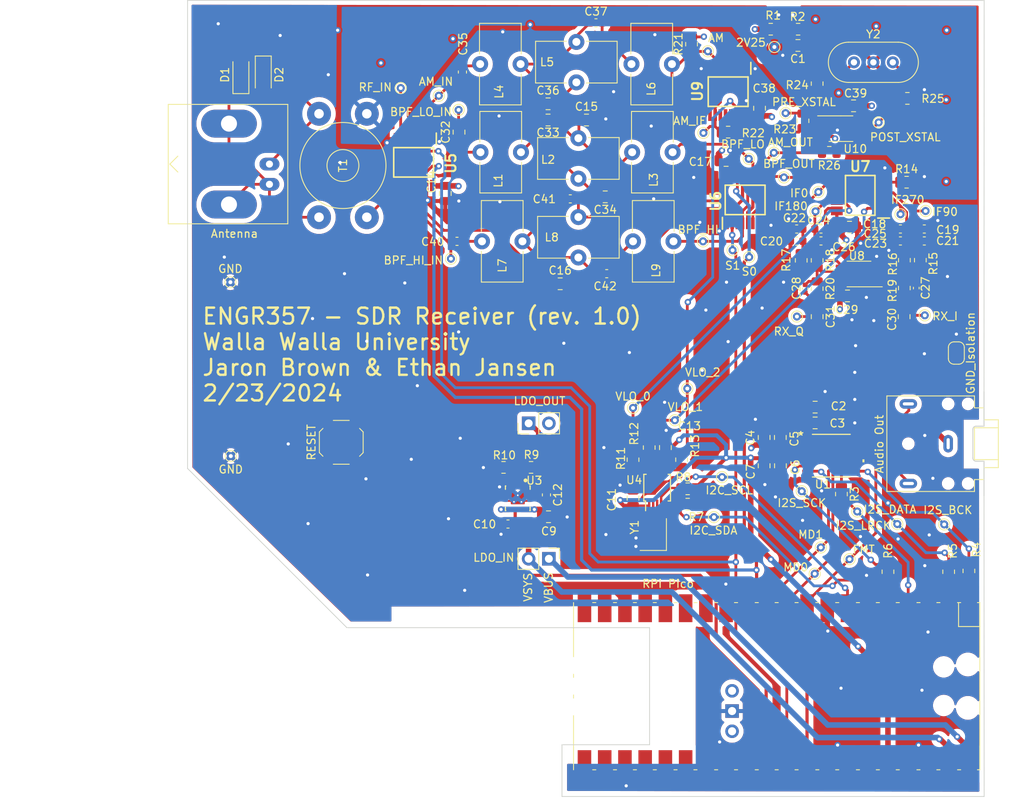
<source format=kicad_pcb>
(kicad_pcb (version 20221018) (generator pcbnew)
  (title_block (title "ENGR357 SDR") (date "2024-02-20") (rev "0.1") (company "Walla Walla University") (comment 1 "Authors: Jaron Brown, Ethan Jansen"))
  (layers (0 "F.Cu" signal) (1 "In1.Cu" power) (2 "In2.Cu" power) (31 "B.Cu" signal) (34 "B.Paste" user) (35 "F.Paste" user) (36 "B.SilkS" user "B.Silkscreen") (37 "F.SilkS" user "F.Silkscreen") (38 "B.Mask" user) (39 "F.Mask" user) (44 "Edge.Cuts" user))
  (net 0 "")
  (net 1 "GND")
  (net 2 "+2V25")
  (net 3 "Net-(U1-VREF)")
  (net 4 "+4V5")
  (net 5 "+3V3")
  (net 6 "Net-(JP1-B)")
  (net 7 "Net-(U3-NR)")
  (net 8 "Net-(JP2-A)")
  (net 9 "/Select_Stage/AM/RF_GND")
  (net 10 "Net-(U5-1B4)")
  (net 11 "Net-(U6-1B4)")
  (net 12 "Net-(U7-1B2)")
  (net 13 "Net-(U7-1B1)")
  (net 14 "Net-(U7-1B3)")
  (net 15 "Net-(U7-1B4)")
  (net 16 "Net-(U8A--)")
  (net 17 "Net-(C27-Pad2)")
  (net 18 "Net-(U8B--)")
  (net 19 "Net-(C28-Pad2)")
  (net 20 "/Controller/ADC_I_IN")
  (net 21 "/Controller/ADC_Q_IN")
  (net 22 "Net-(C32-Pad1)")
  (net 23 "/Select_Stage/HF_BPF_LOW/RF_IN")
  (net 24 "Net-(C33-Pad1)")
  (net 25 "Net-(C34-Pad2)")
  (net 26 "Net-(C35-Pad1)")
  (net 27 "/Select_Stage/AM/RF_IN")
  (net 28 "Net-(C36-Pad1)")
  (net 29 "Net-(C37-Pad2)")
  (net 30 "Net-(C40-Pad1)")
  (net 31 "/Select_Stage/HF_BPF_HI/RF_IN")
  (net 32 "Net-(C41-Pad1)")
  (net 33 "Net-(C42-Pad2)")
  (net 34 "Net-(D1-K)")
  (net 35 "Net-(D1-A)")
  (net 36 "Net-(JP1-A)")
  (net 37 "/Select_Stage/HF_BPF_LOW/RF_OUT")
  (net 38 "Net-(U9-1A)")
  (net 39 "/Select_Stage/HF_BPF_HI/RF_OUT")
  (net 40 "Net-(U1-DOUT)")
  (net 41 "/Controller/I2S_DATA")
  (net 42 "Net-(U2-GPIO0)")
  (net 43 "/Controller/I2S_BCK")
  (net 44 "Net-(U2-GPIO1)")
  (net 45 "/Controller/I2S_LRCK")
  (net 46 "Net-(U2-GPIO3)")
  (net 47 "/Controller/I2S_SCK")
  (net 48 "/Controller/I2C0-SDA")
  (net 49 "/Controller/I2C0-SCL")
  (net 50 "Net-(U3-FB)")
  (net 51 "/Controller/V_LO_0")
  (net 52 "Net-(U4-CLK0)")
  (net 53 "/Controller/V_LO_1")
  (net 54 "Net-(U4-CLK1)")
  (net 55 "/Controller/V_LO_2")
  (net 56 "Net-(U4-CLK2)")
  (net 57 "/Select_Stage/Select_Out")
  (net 58 "Net-(U8A-+)")
  (net 59 "Net-(U8B-+)")
  (net 60 "Net-(U9-1B1)")
  (net 61 "Net-(U10A--)")
  (net 62 "Net-(R23-Pad2)")
  (net 63 "Net-(R24-Pad2)")
  (net 64 "Net-(U10B-+)")
  (net 65 "Net-(U10B--)")
  (net 66 "/Select_Stage/AM/IF_OUT")
  (net 67 "Net-(U2-RUN)")
  (net 68 "/Select_Stage/RF_IN")
  (net 69 "/Controller/FMT")
  (net 70 "/Controller/MD0")
  (net 71 "/Controller/MD1")
  (net 72 "/Controller/Select-S0")
  (net 73 "/Controller/Select-S1")
  (net 93 "Net-(U4-XA)")
  (net 94 "Net-(U4-XB)")
  (net 101 "Net-(JP3-A)")
  (footprint "Resistor_SMD:R_0805_2012Metric" (layer "F.Cu") (at 107.95 106.172 -90)
    (fp_text reference "R12")
    (fp_text value "0" hide)
  )
  (footprint "TestPoint:TestPoint_THTPad_D1.0mm_Drill0.5mm" (layer "F.Cu") (at 55.4228 107.2388)
    (fp_text reference "TP13" hide)
    (fp_text value "TestPoint" hide)
  )
  (footprint "Capacitor_SMD:C_0603_1608Metric" (layer "F.Cu") (at 129.514742 78.718)
    (fp_text reference "C24")
    (fp_text value "4.7n" hide)
  )
  (footprint "Capacitor_SMD:C_0603_1608Metric" (layer "F.Cu") (at 129.514742 80.218)
    (fp_text reference "C26")
    (fp_text value "4.7n" hide)
  )
  (footprint "TestPoint:TestPoint_THTPad_D1.0mm_Drill0.5mm" (layer "F.Cu") (at 134.0612 114.1984)
    (fp_text reference "TP6" hide)
    (fp_text value "TestPoint" hide)
  )
  (footprint "TestPoint:TestPoint_THTPad_D1.0mm_Drill0.5mm" (layer "F.Cu") (at 117.094 109.8804)
    (fp_text reference "TP9" hide)
    (fp_text value "TestPoint" hide)
  )
  (footprint "Capacitor_SMD:C_0805_2012Metric" (layer "F.Cu") (at 128.778 103.0732)
    (fp_text reference "C3")
    (fp_text value "0.1u" hide)
  )
  (footprint "TPS7A8001DRBR:DRB0008A-MFG" (layer "F.Cu") (at 91.449799 112.5444 -90)
    (fp_text reference "U3")
    (fp_text value "TPS7A8001DRBR" hide)
  )
  (footprint "Capacitor_SMD:C_0805_2012Metric" (layer "F.Cu") (at 109.982 106.172 90)
    (fp_text reference "C13")
    (fp_text value "0.1u" hide)
  )
  (footprint "TestPoint:TestPoint_THTPad_D1.0mm_Drill0.5mm" (layer "F.Cu") (at 76.7588 61.0108)
    (fp_text reference "TP2" hide)
    (fp_text value "TestPoint" hide)
  )
  (footprint "Capacitor_SMD:C_0402_1005Metric" (layer "F.Cu") (at 141.478 86.134 -90)
    (fp_text reference "C27")
    (fp_text value "270p" hide)
  )
  (footprint "TestPoint:TestPoint_THTPad_D1.0mm_Drill0.5mm" (layer "F.Cu") (at 126.492 89.7128)
    (fp_text reference "TP33" hide)
    (fp_text value "TestPoint" hide)
  )
  (footprint "Resistor_SMD:R_0805_2012Metric" (layer "F.Cu") (at 139.986 82.6305 -90)
    (fp_text reference "R16")
    (fp_text value "0" hide)
  )
  (footprint "Resistor_SMD:R_0805_2012Metric" (layer "F.Cu") (at 127.254 65.1275 90)
    (fp_text reference "R23")
    (fp_text value "51" hide)
  )
  (footprint "Capacitor_SMD:C_0805_2012Metric" (layer "F.Cu") (at 129.032 89.728 -90)
    (fp_text reference "C31")
    (fp_text value "1u" hide)
  )
  (footprint "Resistor_SMD:R_0805_2012Metric" (layer "F.Cu") (at 141.986 82.6305 -90)
    (fp_text reference "R15")
    (fp_text value "0" hide)
  )
  (footprint "Capacitor_SMD:C_0805_2012Metric" (layer "F.Cu") (at 102.428 74.676)
    (fp_text reference "C34")
    (fp_text value "470p" hide)
  )
  (footprint "Capacitor_SMD:C_0603_1608Metric" (layer "F.Cu") (at 98.044 74.93)
    (fp_text reference "C41")
    (fp_text value "330p" hide)
  )
  (footprint "Capacitor_SMD:C_0805_2012Metric" (layer "F.Cu") (at 96.774 85.598)
    (fp_text reference "C16")
    (fp_text value "10u" hide)
  )
  (footprint "Capacitor_SMD:C_0805_2012Metric" (layer "F.Cu") (at 95.31 114.86)
    (fp_text reference "C9")
    (fp_text value "0.1u" hide)
  )
  (footprint "TestPoint:TestPoint_THTPad_D1.0mm_Drill0.5mm" (layer "F.Cu") (at 129.1844 74.0664)
    (fp_text reference "TP29" hide)
    (fp_text value "TestPoint" hide)
  )
  (footprint "TestPoint:TestPoint_THTPad_D1.0mm_Drill0.5mm" (layer "F.Cu") (at 129.4892 118.7196)
    (fp_text reference "TP12" hide)
    (fp_text value "TestPoint" hide)
  )
  (footprint "Capacitor_SMD:C_0603_1608Metric" (layer "F.Cu") (at 139.486 80.218 180)
    (fp_text reference "C23")
    (fp_text value "4.7n" hide)
  )
  (footprint "Capacitor_SMD:C_0603_1608Metric" (layer "F.Cu") (at 126.464742 80.238 180)
    (fp_text reference "C20")
    (fp_text value "4.7n" hide)
  )
  (footprint "Capacitor_SMD:C_0805_2012Metric" (layer "F.Cu") (at 122.3772 108.458 -90)
    (fp_text reference "C7")
    (fp_text value "10u" hide)
  )
  (footprint "Capacitor_SMD:C_0805_2012Metric" (layer "F.Cu") (at 105.918 112.522 -90)
    (fp_text reference "C11")
    (fp_text value "0.1u" hide)
  )
  (footprint "Capacitor_SMD:C_0805_2012Metric" (layer "F.Cu") (at 122.3772 104.902 90)
    (fp_text reference "C4")
    (fp_text value "10u" hide)
  )
  (footprint "Resistor_SMD:R_0805_2012Metric" (layer "F.Cu") (at 145.542 121.7695 90)
    (fp_text reference "R5")
    (fp_text value "0" hide)
  )
  (footprint "Resistor_SMD:R_0805_2012Metric" (layer "F.Cu") (at 112.014 107.696 -90)
    (fp_text reference "R13")
    (fp_text value "0" hide)
  )
  (footprint "Capacitor_SMD:C_0603_1608Metric" (layer "F.Cu") (at 101.265 52.82)
    (fp_text reference "C37")
    (fp_text value "6.8n" hide)
  )
  (footprint "Inductor_THT:L_Toroid_Vertical_L10.0mm_W5.0mm_P5.08mm" (layer "F.Cu") (at 86.958 80.264 90)
    (fp_text reference "L7")
    (fp_text value "390n" hide)
  )
  (footprint "RPi_Pico:RPi_PicoW_SMD_TH" (layer "F.Cu") (at 123.952 136.144 -90)
    (fp_text reference "RPi Pico")
    (fp_text value "PicoW")
  )
  (footprint "Capacitor_SMD:C_0805_2012Metric" (layer "F.Cu") (at 124.4092 104.902 90)
    (fp_text reference "C5")
    (fp_text value "0.1u" hide)
  )
  (footprint "Package_SO:MSOP-8_3x3mm_P0.65mm" (layer "F.Cu") (at 134.2855 84.369 180)
    (fp_text reference "U8")
    (fp_text value "ADA4805-2ARMZ" hide)
  )
  (footprint "Capacitor_SMD:C_0603_1608Metric" (layer "F.Cu") (at 126.464742 78.718 180)
    (fp_text reference "C22")
    (fp_text value "4.7n" hide)
  )
  (footprint "Capacitor_SMD:C_0402_1005Metric" (layer "F.Cu") (at 127.532 86.2095 -90)
    (fp_text reference "C28")
    (fp_text value "270p" hide)
  )
  (footprint "Inductor_THT:L_Toroid_Vertical_L10.0mm_W5.0mm_P5.08mm" (layer "F.Cu") (at 105.918 80.264 90)
    (fp_text reference "L9")
    (fp_text value "390n" hide)
  )
  (footprint "TestPoint:TestPoint_THTPad_D1.0mm_Drill0.5mm" (layer "F.Cu") (at 124.8664 72.2376)
    (fp_text reference "TP3" hide)
    (fp_text value "TestPoint" hide)
  )
  (footprint "Resistor_SMD:R_0805_2012Metric" (layer "F.Cu") (at 140.36 62.31)
    (fp_text reference "R25")
    (fp_text value "4.7k" hide)
  )
  (footprint "Capacitor_SMD:C_0805_2012Metric" (layer "F.Cu") (at 117.602 70.104 180)
    (fp_text reference "C17")
    (fp_text value "0.1u" hide)
  )
  (footprint "SN74CBT3253CPWR:SOP65P640X120-16N" (layer "F.Cu") (at 117.856 61.468 -90)
    (fp_text reference "U9")
    (fp_text value "SN74CBT3253" hide)
  )
  (footprint "Resistor_SMD:R_0805_2012Metric" (layer "F.Cu") (at 127.032 82.6535 -90)
    (fp_text reference "R17")
    (fp_text value "0" hide)
  )
  (footprint "Package_SO:MSOP-10_3x3mm_P0.5mm" (layer "F.Cu") (at 108.946 111.204 90)
    (fp_text reference "U4")
    (fp_text value "Si5351A-B-GT" hide)
  )
  (footprint "Resistor_SMD:R_0805_2012Metric" (layer "F.Cu") (at 129.032 82.6535 -90)
    (fp_text reference "R18")
    (fp_text value "0" hide)
  )
  (footprint "Capacitor_SMD:C_0805_2012Metric" (layer "F.Cu") (at 82.35 74.25 90)
    (fp_text reference "C14")
    (fp_text value "0.1u" hide)
  )
  (footprint "Resistor_SMD:R_0805_2012Metric" (layer "F.Cu") (at 139.978 86.134 -90)
    (fp_text reference "R19")
    (fp_text value "5.1k" hide)
  )
  (footprint "Capacitor_SMD:C_0603_1608Metric" (layer "F.Cu") (at 142.486 78.718)
    (fp_text reference "C19")
    (fp_text value "4.7n" hide)
  )
  (footprint "Resistor_SMD:R_0805_2012Metric" (layer "F.Cu") (at 129.032 86.2095 -90)
    (fp_text reference "R20")
    (fp_text value "5.1k" hide)
  )
  (footprint "TestPoint:TestPoint_THTPad_D1.0mm_Drill0.5mm" (layer "F.Cu") (at 133.096 120.1928)
    (fp_text reference "TP10" hide)
    (fp_text value "TestPoint" hide)
  )
  (footprint "Resistor_SMD:R_0805_2012Metric" (layer "F.Cu") (at 148.082 121.666 90)
    (fp_text reference "R4")
    (fp_text value "0" hide)
  )
  (footprint "Connector_PinHeader_2.54mm:PinHeader_1x02_P2.54mm_Vertical" (layer "F.Cu") (at 95.3516 120.142 -90)
    (fp_text reference "JP1" hide)
    (fp_text value "Jumper_2_Bridged" hide)
  )
  (footprint "TestPoint:TestPoint_THTPad_D1.0mm_Drill0.5mm" (layer "F.Cu") (at 116.078 114.9096)
    (fp_text reference "TP8" hide)
    (fp_text value "TestPoint" hide)
  )
  (footprint "Resistor_SMD:R_0805_2012Metric" (layer "F.Cu") (at 112.776 113.284 180)
    (fp_text reference "R7")
    (fp_text value "4.7k" hide)
  )
  (footprint "TestPoint:TestPoint_THTPad_D1.0mm_Drill0.5mm" (layer "F.Cu") (at 120.4468 69.9008)
    (fp_text reference "TP26" hide)
    (fp_text value "TestPoint" hide)
  )
  (footprint "TestPoint:TestPoint_THTPad_D1.0mm_Drill0.5mm" (layer "F.Cu") (at 83.058 82.4484)
    (fp_text reference "TP24" hide)
    (fp_text value "TestPoint" hide)
  )
  (footprint "TestPoint:TestPoint_THTPad_D1.0mm_Drill0.5mm" (layer "F.Cu") (at 142.5448 89.5604)
    (fp_text reference "TP32" hide)
    (fp_text value "TestPoint" hide)
  )
  (footprint "Resistor_SMD:R_0805_2012Metric" (layer "F.Cu") (at 105.918 107.696 -90)
    (fp_text reference "R11")
    (fp_text value "0" hide)
  )
  (footprint "Connector_PinHeader_2.54mm:PinHeader_1x02_P2.54mm_Vertical" (layer "F.Cu") (at 92.8166 103.124 90)
    (fp_text reference "JP2" hide)
    (fp_text value "Jumper_2_Bridged" hide)
  )
  (footprint "Capacitor_SMD:C_0805_2012Metric" (layer "F.Cu") (at 124.424 108.458 -90)
    (fp_text reference "C6")
    (fp_text value "0.1u" hide)
  )
  (footprint "Jumper:SolderJumper-2_P1.3mm_Open_RoundedPad1.0x1.5mm" (layer "F.Cu") (at 146.5072 94.2952 90)
    (fp_text reference "JP3" hide)
    (fp_text value "GND_Isolation")
  )
  (footprint "Capacitor_SMD:C_0603_1608Metric" (layer "F.Cu") (at 84.5 59 -90)
    (fp_text reference "C35")
    (fp_text value "6.8n" hide)
  )
  (footprint "Inductor_THT:L_Toroid_Vertical_L10.0mm_W5.0mm_P5.08mm" (layer "F.Cu") (at 99.06 72.39 180)
    (fp_text reference "L2")
    (fp_text value "560n" hide)
  )
  (footprint "Capacitor_SMD:C_0805_2012Metric" (layer "F.Cu") (at 126.621 55.65995 180)
    (fp_text reference "C1")
    (fp_text value "0.1u" hide)
  )
  (footprint "Capacitor_SMD:C_0805_2012Metric" (layer "F.Cu") (at 95.25 62.992)
    (fp_text reference "C36")
    (fp_text value "2.2n")
  )
  (footprint "TestPoint:TestPoint_THTPad_D1.0mm_Drill0.5mm" (layer "F.Cu") (at 125.0696 64.1604)
    (fp_text reference "PRE_XSTAL")
    (fp_text value "TestPoint" hide)
  )
  (footprint "Capacitor_SMD:C_0603_1608Metric" (layer "F.Cu") (at 90.2208 115.7732 180)
    (fp_text reference "C10")
    (fp_text value "0.01u" hide)
  )
  (footprint "Connector_Coaxial:BNC_Amphenol_B6252HB-NPP3G-50_Horizontal" (layer "F.Cu") (at 60.275 70.562 90)
    (fp_text reference "J1" hide)
    (fp_text value "Ant")
  )
  (footprint "Capacitor_SMD:C_0805_2012Metric" (layer "F.Cu") (at 121.8 63.55 -90)
    (fp_text reference "C38")
    (fp_text value "0.1u" hide)
  )
  (footprint "PCM1808:PW14" (layer "F.Cu") (at 130.81 107.188)
    (fp_text reference "U1")
    (fp_text value "PCM1808PWR" hide)
  )
  (footprint "Resistor_SMD:R_0805_2012Metric" (layer "F.Cu") (at 137.922 121.7695 90)
    (fp_text reference "R6")
    (fp_text value "0")
  )
  (footprint "TestPoint:TestPoint_THTPad_D1.0mm_Drill0.5mm" (layer "F.Cu") (at 128.7272 122.0216)
    (fp_text reference "TP11" hide)
    (fp_text value "TestPoint" hide)
  )
  (footprint "Capacitor_SMD:C_0805_2012Metric" (layer "F.Cu") (at 133.096 78.486 180)
    (fp_text reference "C18")
    (fp_text value "0.1u" hide)
  )
  (footprint "TestPoint:TestPoint_THTPad_D1.0mm_Drill0.5mm" (layer "F.Cu") (at 114.7572 66.6496)
    (fp_text reference "TP35" hide)
    (fp_text value "TestPoint" hide)
  )
  (footprint "Resistor_SMD:R_0805_2012Metric" (layer "F.Cu") (at 123.205 53.61905 180)
    (fp_text reference "R1")
    (fp_text value "10k" hide)
  )
  (footprint "Capacitor_SMD:C_0805_2012Metric" (layer "F.Cu") (at 133.604 63.246 180)
    (fp_text reference "C39")
    (fp_text value "0.1u" hide)
  )
  (footprint "Capacitor_SMD:C_0603_1608Metric" (layer "F.Cu") (at 95.0468 112.1156 -90)
    (fp_text reference "C12")
    (fp_text value "4.7u" hide)
  )
  (footprint "TestPoint:TestPoint_THTPad_D1.0mm_Drill0.5mm" (layer "F.Cu") (at 123.5964 69.1388)
    (fp_text reference "TP25" hide)
    (fp_text value "TestPoint" hide)
  )
  (footprint "TestPoint:TestPoint_THTPad_D1.0mm_Drill0.5mm" (layer "F.Cu") (at 128.8288 76.5048)
    (fp_text reference "TP31" hide)
    (fp_text value "TestPoint" hide)
  )
  (footprint "Connector_Audio:Jack_3.5mm_CUI_SJ1-3523N_Horizontal" (layer "F.Cu") (at 145.4804 105.6856 90)
    (fp_text reference "Audio Out")
    (fp_text value "AudioJack3" hide)
    (fp_line (start -2.2 3.5) (end -2.2 4.5) (stroke (width 0.12)) (layer "Edge.Cuts"))
    (fp_line (start -2.2 4.5) (end -6.5 4.5) (stroke (width 0.12)) (layer "Edge.Cuts"))
    (fp_line (start 1.8 3.1) (end -1.8 3.1) (stroke (width 0.12)) (layer "Edge.Cuts"))
    (fp_line (start 2.2 3.5) (end 2.2 4.5) (stroke (width 0.12)) (layer "Edge.Cuts"))
    (fp_line (start 2.2 4.5) (end 6.5 4.5) (stroke (width 0.12)) (layer "Edge.Cuts"))
    (fp_arc (start -2.2 3.5) (mid -2.082843 3.217158) (end -1.8 3.1) (stroke (width 0.12)) (layer "Edge.Cuts"))
    (fp_arc (start 1.8 3.1) (mid 2.082843 3.217157) (end 2.2 3.5) (stroke (width 0.12)) (layer "Edge.Cuts"))
  )
  (footprint "TestPoint:TestPoint_THTPad_D1.0mm_Drill0.5mm" (layer "F.Cu") (at 139.0904 115.7732)
    (fp_text reference "TP5" hide)
    (fp_text value "TestPoint" hide)
  )
  (footprint "Diode_SMD:D_SOD-123" (layer "F.Cu") (at 59.5 59.35 -90)
    (fp_text reference "D2")
    (fp_text value "B5819W SL" hide)
  )
  (footprint "Capacitor_SMD:C_0805_2012Metric" (layer "F.Cu") (at 132.842 87.122)
    (fp_text reference "C29")
    (fp_text value "0.1u" hide)
  )
  (footprint "Inductor_THT:L_Toroid_Vertical_L10.0mm_W5.0mm_P5.08mm" (layer "F.Cu") (at 86.725 58 90)
    (fp_text reference "L4")
    (fp_text value "2.7u" hide)
  )
  (footprint "Capacitor_SMD:C_0805_2012Metric" (layer "F.Cu") (at 128.778 101.092)
    (fp_text reference "C2")
    (fp_text value "10u" hide)
  )
  (footprint "TestPoint:TestPoint_THTPad_D1.0mm_Drill0.5mm" (layer "F.Cu") (at 112.73 98.76)
    (fp_text reference "TP21" hide)
    (fp_text value "TestPoint" hide)
  )
  (footprint "TestPoint:TestPoint_THTPad_D1.0mm_Drill0.5mm" (layer "F.Cu") (at 55.372 85.3948)
    (fp_text reference "TP14" hide)
    (fp_text value "TestPoint" hide)
  )
  (footprint "TestPoint:TestPoint_THTPad_D1.0mm_Drill0.5mm" (layer "F.Cu") (at 114.7064 80.264)
    (fp_text reference "TP27" hide)
    (fp_text value "TestPoint" hide)
  )
  (footprint "Capacitor_SMD:C_0805_2012Metric" (layer "F.Cu") (at 95.25 65.024)
    (fp_text reference "C33")
    (fp_text value "470p" hide)
  )
  (footprint "Inductor_THT:L_Toroid_Vertical_L10.0mm_W5.0mm_P5.08mm" (layer "F.Cu") (at 105.809 69.07 90)
    (fp_text reference "L3")
    (fp_text value "620n" hide)
  )
  (footprint "Inductor_THT:L_Toroid_Vertical_L10.0mm_W5.0mm_P5.08mm" (layer "F.Cu") (at 99.06 82.296 180)
    (fp_text reference "L8")
    (fp_text value "180n" hide)
  )
  (footprint "Diode_SMD:D_SOD-123" (layer "F.Cu") (at 56.69 59.35 90)
    (fp_text reference "D1")
    (fp_text value "B5819W SL" hide)
  )
  (footprint "Inductor_THT:L_Toroid_Vertical_L10.0mm_W5.0mm_P5.08mm" (layer "F.Cu") (at 105.725 58 90)
    (fp_text reference "L6")
    (fp_text value "2.7u" hide)
  )
  (footprint "TestPoint:TestPoint_THTPad_D1.0mm_Drill0.5mm" (layer "F.Cu") (at 115.316 56.388)
    (fp_text reference "TP34" hide)
    (fp_text value "TestPoint" hide)
  )
  (footprint "Capacitor_SMD:C_0805_2012Metric" (layer "F.Cu") (at 84.074 66.548 90)
    (fp_text reference "C32")
    (fp_text value "470p" hide)
  )
  (footprint "Inductor_THT:L_Toroid_Vertical_L10.0mm_W5.0mm_P5.08mm" (layer "F.Cu") (at 98.806 55.216)
    (fp_text reference "L5")
    (fp_text value "9.1u" hide)
  )
  (footprint "Capacitor_SMD:C_0805_2012Metric" (layer "F.Cu") (at 139.954 89.728 -90)
    (fp_text reference "C30")
    (fp_text value "1u" hide)
  )
  (footprint "Crystal:Crystal_SMD_3225-4Pin_3.2x2.5mm" (layer "F.Cu") (at 108.458 117.094 90)
    (fp_text reference "Y1")
    (fp_text value "27Mhz 10pF" hide)
  )
  (footprint "Capacitor_SMD:C_0603_1608Metric" (layer "F.Cu") (at 83.82 80.264 180)
    (fp_text reference "C40")
    (fp_text value "150p" hide)
  )
  (footprint "TestPoint:TestPoint_THTPad_D1.0mm_Drill0.5mm" (layer "F.Cu") (at 127.1016 111.6584)
    (fp_text reference "TP7" hide)
    (fp_text value "TestPoint" hide)
  )
  (footprint "Button_Switch_SMD:SW_Push_1P1T_XKB_TS-1187A" (layer "F.Cu") (at 69.2912 105.5116 90)
    (fp_text reference "SW1" hide)
    (fp_text value "SW_Push" hide)
  )
  (footprint "TestPoint:TestPoint_THTPad_D1.0mm_Drill0.5mm" (layer "F.Cu") (at 84.0232 63.754)
    (fp_text reference "TP23" hide)
    (fp_text value "TestPoint" hide)
  )
  (footprint "Resistor_SMD:R_0805_2012Metric" (layer "F.Cu") (at 113.265 55.5 90)
    (fp_text reference "R21")
    (fp_text value "10k" hide)
  )
  (footprint "SN74CBT3253CPWR:SOP65P640X120-16N" (layer "F.Cu") (at 78.375 70.342 -90)
    (fp_text reference "U5")
    (fp_text value "SN74CBT3253" hide)
  )
  (footprint "TestPoint:TestPoint_THTPad_D1.0mm_Drill0.5mm" (layer "F.Cu") (at 105.918 101.1936)
    (fp_text reference "TP19" hide)
    (fp_text value "TestPoint" hide)
  )
  (footprint "Resistor_SMD:R_0805_2012Metric" (layer "F.Cu") (at 132.08 112.014 -90)
    (fp_text reference "R3")
    (fp_text value "0" hide)
  )
  (footprint "TestPoint:TestPoint_THTPad_D1.0mm_Drill0.5mm" (layer "F.Cu") (at 139.4968 76.8604)
    (fp_text reference "TP30" hide)
    (fp_text value "TestPoint" hide)
  )
  (footprint "TestPoint:TestPoint_THTPad_D1.0mm_Drill0.5mm" (layer "F.Cu") (at 142.6464 76.454)
    (fp_text reference "TP28" hide)
    (fp_text value "TestPoint" hide)
  )
  (footprint "Resistor_SMD:R_0805_2012Metric" (layer "F.Cu") (at 93.1164 108.6612 180)
    (fp_text reference "R9")
    (fp_text value "47k" hide)
  )
  (footprint "SN74CBT3253CPWR:SOP65P640X120-16N" (layer "F.Cu") (at 134.439742 74.493 180)
    (fp_text reference "U7")
    (fp_text value "SN74CBT3253" hide)
  )
  (footprint "Resistor_SMD:R_0805_2012Metric" (layer "F.Cu") (at 112.776 111.3536 180)
    (fp_text reference "R8")
    (fp_text value "4.7k" hide)
  )
  (footprint "TestPoint:TestPoint_THTPad_D1.0mm_Drill0.5mm" (layer "F.Cu") (at 120.4976 82.2452)
    (fp_text reference "TP15" hide)
    (fp_text value "TestPoint" hide)
  )
  (footprint "Capacitor_SMD:C_0603_1608Metric" (layer "F.Cu") (at 102.616 84.328)
    (fp_text reference "C42")
    (fp_text value "150p" hide)
  )
  (footprint "Capacitor_SMD:C_0603_1608Metric" (layer "F.Cu") (at 139.486 78.718 180)
    (fp_text reference "C25")
    (fp_text value "4.7n" hide)
  )
  (footprint "Package_SO:MSOP-8_3x3mm_P0.65mm" (layer "F.Cu") (at 132.0175 66.1115)
    (fp_text reference "U10")
    (fp_text value "ADA4805-2ARMZ" hide)
  )
  (footprint "TestPoint:TestPoint_THTPad_D1.0mm_Drill0.5mm" (layer "F.Cu") (at 118.4148 81.3816)
    (fp_text reference "TP16" hide)
    (fp_text value "TestPoint" hide)
  )
  (footprint "Capacitor_SMD:C_0603_1608Metric" (layer "F.Cu") (at 142.486 80.218)
    (fp_text reference "C21")
    (fp_text value "4.7n" hide)
  )
  (footprint "SN74CBT3253CPWR:SOP65P640X120-16N" (layer "F.Cu") (at 119.99 75.062 90)
    (fp_text reference "U6")
    (fp_text value "SN74CBT3253" hide)
  )
  (footprint "Transformer_THT:Transformer_Toroid_Horizontal_D10.5mm_Amidon-T37" (layer "F.Cu") (at 66.5 62 -90)
    (fp_text reference "T1")
    (fp_text value "Transformer_1P_1S_00" hide)
  )
  (footprint "TestPoint:TestPoint_THTPad_D1.0mm_Drill0.5mm" (layer "F.Cu") (at 111.17 102.74)
    (fp_text reference "TP20" hide)
    (fp_text value "TestPoint" hide)
  )
  (footprint "Crystal:Crystal_HC49-U-3Pin_Vertical" (layer "F.Cu") (at 133.6495 57.776)
    (fp_text reference "Y2")
    (fp_text value "ECS-10.7-30A" hide)
  )
  (footprint "Resistor_SMD:R_0805_2012Metric" (layer "F.Cu") (at 126.6425 53.61905 180)
    (fp_text reference "R2")
    (fp_text value "10k" hide)
  )
  (footprint "TestPoint:TestPoint_THTPad_D1.0mm_Drill0.5mm" (layer "F.Cu") (at 136.7536 65.3288)
    (fp_text reference "POST_XSTAL")
    (fp_text value "TestPoint" hide)
  )
  (footprint "Inductor_THT:L_Toroid_Vertical_L10.0mm_W5.0mm_P5.08mm" (layer "F.Cu") (at 86.769 69.07 90)
    (fp_text reference "L1")
    (fp_text value "620n" hide)
  )
  (footprint "Resistor_SMD:R_0805_2012Metric" (layer "F.Cu") (at 89.662 108.6612 180)
    (fp_text reference "R10")
    (fp_text value "10k" hide)
  )
  (footprint "Resistor_SMD:R_0805_2012Metric" (layer "F.Cu") (at 130.556 69.088 180)
    (fp_text reference "R26")
    (fp_text value "47" hide)
  )
  (footprint "TestPoint:TestPoint_THTPad_D1.0mm_Drill0.5mm" (layer "F.Cu") (at 144.9832 115.824)
    (fp_text reference "TP4" hide)
    (fp_text value "TestPoint" hide)
  )
  (footprint "TestPoint:TestPoint_THTPad_D1.0mm_Drill0.5mm" (layer "F.Cu") (at 81.534 61.976)
    (fp_text reference "TP22" hide)
    (fp_text value "TestPoint" hide)
  )
  (footprint "Resistor_SMD:R_0805_2012Metric" (layer "F.Cu") (at 117.856 66.548)
    (fp_text reference "R22")
    (fp_text value "47" hide)
  )
  (footprint "Capacitor_SMD:C_0805_2012Metric" (layer "F.Cu") (at 100.076 65.024)
    (fp_text reference "C15")
    (fp_text value "0.1u" hide)
  )
  (footprint "TestPoint:TestPoint_THTPad_D1.0mm_Drill0.5mm" (layer "F.Cu") (at 123.6641 55.85425)
    (fp_text reference "TP1" hide)
    (fp_text value "TestPoint" hide)
  )
  (footprint "Resistor_SMD:R_0805_2012Metric" (layer "F.Cu") (at 140.262742 72.838)
    (fp_text reference "R14")
    (fp_text value "10k" hide)
  )
  (footprint "Resistor_SMD:R_0805_2012Metric" (layer "F.Cu") (at 129.032 60.452 90)
    (fp_text reference "R24")
    (fp_text value "4.7k" hide)
  )
  (gr_line (start 97 150) (end 97 143.5) (stroke (width 0.1)) (layer "Edge.Cuts"))
  (gr_line (start 150 150) (end 149.9804 112.1856) (stroke (width 0.1)) (layer "Edge.Cuts"))
  (gr_line (start 149.9804 99.1856) (end 150 50) (stroke (width 0.1)) (layer "Edge.Cuts"))
  (gr_line (start 108 143.5) (end 108 128.8) (stroke (width 0.1)) (layer "Edge.Cuts"))
  (gr_line (start 150 50) (end 50 50) (stroke (width 0.1)) (layer "Edge.Cuts"))
  (gr_line (start 97 150) (end 150 150) (stroke (width 0.1)) (layer "Edge.Cuts"))
  (gr_line (start 50 108.8) (end 50 50) (stroke (width 0.1)) (layer "Edge.Cuts"))
  (gr_line (start 70 128.8) (end 50 108.8) (stroke (width 0.1)) (layer "Edge.Cuts"))
  (gr_line (start 97 143.5) (end 108 143.5) (stroke (width 0.1)) (layer "Edge.Cuts"))
  (gr_line (start 108 128.8) (end 70 128.8) (stroke (width 0.1)) (layer "Edge.Cuts"))
  (gr_text "ENGR357 - SDR Receiver (rev. 1.0)\nWalla Walla University\nJaron Brown & Ethan Jansen\n2/23/2024\n" (at 51.7 100.51) (layer "F.SilkS") (effects (font (size 2 2) (thickness 0.3)) (justify left bottom)))
  (gr_text "VSYS" (at 93.3196 125.6284 90) (layer "F.SilkS") (effects (font (size 1 1)) (justify left bottom)))
  (gr_text "VBUS" (at 95.9104 125.7808 90) (layer "F.SilkS") (effects (font (size 1 1)) (justify left bottom)))
  (gr_text "Antenna" (at 52.83 79.89) (layer "F.SilkS") (effects (font (size 1 1)) (justify left bottom)))
  (segment (start 121.2 58.53) (end 121.25 58.58) (width 0.4) (layer "F.Cu") (net 1))
  (segment (start 117.5512 127.2032) (end 117.602 127.254) (width 0.7) (layer "F.Cu") (net 1))
  (segment (start 101.026 65.024) (end 102.366 65.024) (width 0.3493) (layer "F.Cu") (net 1))
  (segment (start 130.289742 80.729742) (end 130.89 81.33) (width 0.3493) (layer "F.Cu") (net 1))
  (segment (start 134.046 80.056) (end 134.495521 80.505521) (width 0.5) (layer "F.Cu") (net 1))
  (segment (start 130.07 78.498258) (end 130.07 76.462942) (width 0.3493) (layer "F.Cu") (net 1))
  (segment (start 122.392 109.408) (end 124.424 109.408) (width 0.5) (layer "F.Cu") (net 1))
  (segment (start 80.65 67.404) (end 81.284 67.404) (width 0.4) (layer "F.Cu") (net 1))
  (segment (start 89.4458 116.9642) (end 89.35 117.06) (width 0.7) (layer "F.Cu") (net 1))
  (segment (start 138.711 78.718) (end 138.711 78.101258) (width 0.3493) (layer "F.Cu") (net 1))
  (segment (start 117.602 145.034) (end 117.602 143.962) (width 0.7) (layer "F.Cu") (net 1))
  (segment (start 108.608 117.094) (end 109.308 116.394) (width 0.4) (layer "F.Cu") (net 1))
  (segment (start 130.302 127.254) (end 130.302 129.152) (width 0.7) (layer "F.Cu") (net 1))
  (segment (start 118.552 70.104) (end 118.365 70.291) (width 0.3493) (layer "F.Cu") (net 1))
  (segment (start 129.728 99.432) (end 130.03 99.13) (width 0.5) (layer "F.Cu") (net 1))
  (segment (start 108.0516 117.094) (end 108.608 117.094) (width 0.4) (layer "F.Cu") (net 1))
  (segment (start 109.982 105.222) (end 109.982 104.108) (width 0.7) (layer "F.Cu") (net 1))
  (segment (start 117.6528 145.0848) (end 117.602 145.034) (width 0.7) (layer "F.Cu") (net 1))
  (segment (start 109.982 104.108) (end 110.08 104.01) (width 0.7) (layer "F.Cu") (net 1))
  (segment (start 129.905 67.0865) (end 131.0165 67.0865) (width 0.4) (layer "F.Cu") (net 1))
  (segment (start 136.398 83.394) (end 136.398 82.252) (width 0.5) (layer "F.Cu") (net 1))
  (segment (start 130.302 129.152) (end 130.37 129.22) (width 0.7) (layer "F.Cu") (net 1))
  (segment (start 87.1488 108.6612) (end 87.13 108.68) (width 0.7) (layer "F.Cu") (net 1))
  (segment (start 129.728 101.092) (end 129.728 103.124) (width 0.5) (layer "F.Cu") (net 1))
  (segment (start 120.1495 62.6) (end 121.8 62.6) (width 0.4) (layer "F.Cu") (net 1))
  (segment (start 143.002 144.7876) (end 141.76 143.5456) (width 0.7) (layer "F.Cu") (net 1))
  (segment (start 125.994001 107.837999) (end 124.424 109.408) (width 0.4) (layer "F.Cu") (net 1))
  (segment (start 130.302 144.8436) (end 131.6 143.5456) (width 0.7) (layer "F.Cu") (net 1))
  (segment (start 71.1662 108.8762) (end 72.39 110.1) (width 0.4) (layer "F.Cu") (net 1))
  (segment (start 105.3084 127.6604) (end 104.902 127.254) (width 0.4) (layer "F.Cu") (net 1))
  (segment (start 127.571 55.65995) (end 127.571 53.63505) (width 0.7) (layer "F.Cu") (net 1))
  (segment (start 130.3528 127.3048) (end 130.302 127.254) (width 0.7) (layer "F.Cu") (net 1))
  (segment (start 95.0468 112.8906) (end 96.26 114.1038) (width 0.7) (layer "F.Cu") (net 1))
  (segment (start 130.289742 80.218) (end 130.289742 80.729742) (width 0.3493) (layer "F.Cu") (net 1))
  (segment (start 115.581 58.53) (end 114.52 58.53) (width 0.3493) (layer "F.Cu") (net 1))
  (segment (start 130.294542 80.2132) (end 130.289742 80.218) (width 0.3493) (layer "F.Cu") (net 1))
  (segment (start 117.602 143.962) (end 116.79 143.15) (width 0.7) (layer "F.Cu") (net 1))
  (segment (start 97.62 114.86) (end 97.65 114.89) (width 0.7) (layer "F.Cu") (net 1))
  (segment (start 143.261 78.718) (end 143.261 78.569) (width 0.3493) (layer "F.Cu") (net 1))
  (segment (start 107.428 111.572) (end 105.918 111.572) (width 0.3) (layer "F.Cu") (net 1))
  (segment (start 108.946 109.004) (end 108.946 110.054) (width 0.3) (layer "F.Cu") (net 1))
  (segment (start 102.366 65.024) (end 102.5 64.89) (width 0.3493) (layer "F.Cu") (net 1))
  (segment (start 88.7495 108.6612) (end 87.1488 108.6612) (width 0.7) (layer "F.Cu") (net 1))
  (segment (start 143.261 78.718) (end 143.261 80.218) (width 0.3493) (layer "F.Cu") (net 1))
  (segment (start 80 74.9856) (end 80.1244 75.11) (width 0.4) (layer "F.Cu") (net 1))
  (segment (start 104.902 145.034) (end 104.902 148.502) (width 0.7) (layer "F.Cu") (net 1))
  (segment (start 143.002 145.034) (end 143.002 144.7876) (width 0.7) (layer "F.Cu") (net 1))
  (segment (start 138.711 78.101258) (end 137.377742 76.768) (width 0.3493) (layer "F.Cu") (net 1))
  (segment (start 117.602 127.254) (end 117.602 123.352) (width 0.7) (layer "F.Cu") (net 1))
  (segment (start 102.7504 123.3424) (end 85.5472 123.3424) (width 0.6) (layer "F.Cu") (net 1))
  (segment (start 125.664942 80.2132) (end 125.689742 80.238) (width 0.3493) (layer "F.Cu") (net 1))
  (segment (start 130.289742 78.718) (end 130.07 78.498258) (width 0.3493) (layer "F.Cu") (net 1))
  (segment (start 104.902 148.502) (end 105.06 148.66) (width 0.7) (layer "F.Cu") (net 1))
  (segment (start 135.022 87.122) (end 135.21 87.31) (width 0.5) (layer "F.Cu") (net 1))
  (segment (start 122.3772 110.7272) (end 122.47 110.82) (width 0.5) (layer "F.Cu") (net 1))
  (segment (start 122.3772 103.952) (end 122.3772 103.7172) (width 0.5) (layer "F.Cu") (net 1))
  (segment (start 133.792 87.122) (end 135.022 87.122) (width 0.5) (layer "F.Cu") (net 1))
  (segment (start 104.902 125.494) (end 102.7504 123.3424) (width 0.6) (layer "F.Cu") (net 1))
  (segment (start 117.715 78.005) (end 116.75 78.97) (width 0.4) (layer "F.Cu") (net 1))
  (segment (start 136.398 82.252) (end 136.5 82.15) (width 0.5) (layer "F.Cu") (net 1))
  (segment (start 104.972 111.572) (end 104.29 110.89) (width 0.7) (layer "F.Cu") (net 1))
  (segment (start 127.889 107.837999) (end 125.994001 107.837999) (width 0.4) (layer "F.Cu") (net 1))
  (segment (start 96.26 114.1038) (end 96.26 114.86) (width 0.7) (layer "F.Cu") (net 1))
  (segment (start 108.946 110.054) (end 107.428 111.572) (width 0.3) (layer "F.Cu") (net 1))
  (segment (start 118.552 70.104) (end 118.552 69.26665) (width 0.5) (layer "F.Cu") (net 1))
  (segment (start 122.428 103.952) (end 124.424 103.952) (width 0.5) (layer "F.Cu") (net 1))
  (segment (start 138.711 80.218) (end 138.711 80.719) (width 0.3493) (layer "F.Cu") (net 1))
  (segment (start 127.056528 105.888) (end 125.120528 103.952) (width 0.4) (layer "F.Cu") (net 1))
  (segment (start 76.1 67.404) (end 75.516 67.404) (width 0.4) (layer "F.Cu") (net 1))
  (segment (start 117.715 78) (end 117.715 78.005) (width 0.4) (layer "F.Cu") (net 1))
  (segment (start 120.131 58.53) (end 120.2012 58.53) (width 0.3493) (layer "F.Cu") (net 1))
  (segment (start 90.4748 111.1444) (end 89.1944 111.1444) (width 0.4) (layer "F.Cu") (net 1))
  (segment (start 146.5072 93.6452) (end 146.5072 91.9228) (width 0.7) (layer "F.Cu") (net 1))
  (segment (start 118.365 70.291) (end 118.365 72.124) (width 0.3493) (layer "F.Cu") (net 1))
  (segment (start 81.284 67.404) (end 81.61 67.73) (width 0.4) (layer "F.Cu") (net 1))
  (segment (start 134.046 78.486) (end 134.046 80.056) (width 0.5) (layer "F.Cu") (net 1))
  (segment (start 132.654 63.246) (end 132.654 62.554) (width 0.7) (layer "F.Cu") (net 1))
  (segment (start 146.5072 91.9228) (end 146.51 91.92) (width 0.7) (layer "F.Cu") (net 1))
  (segment (start 122.3772 103.7172) (end 121.28 102.62) (width 0.5) (layer "F.Cu") (net 1))
  (segment (start 89.4458 115.7732) (end 89.4458 116.9642) (width 0.7) (layer "F.Cu") (net 1))
  (segment (start 138.7062 80.2132) (end 138.711 80.218) (width 0.3493) (layer "F.Cu") (net 1))
  (segment (start 107.608 118.194) (end 107.608 117.5376) (width 0.4) (layer "F.Cu") (net 1))
  (segment (start 130.414942 76.118) (end 131.501742 76.118) (width 0.3493) (layer "F.Cu") (net 1))
  (segment (start 122.3772 109.408) (end 122.3772 110.7272) (width 0.5) (layer "F.Cu") (net 1))
  (segment (start 117.602 123.352) (end 117.57 123.32) (width 0.7) (layer "F.Cu") (net 1))
  (segment (start 130.07 76.462942) (end 130.414942 76.118) (width 0.3493) (layer "F.Cu") (net 1))
  (segment (start 138.711 80.719) (end 138.03 81.4) (width 0.3493) (layer "F.Cu") (net 1))
  (segment (start 107.608 117.5376) (end 108.0516 117.094) (width 0.4) (layer "F.Cu") (net 1))
  (segment (start 122.99 78) (end 123.24 78.25) (width 0.4) (layer "F.Cu") (net 1))
  (segment (start 119.481 58.53) (end 121.2 58.53) (width 0.4) (layer "F.Cu") (net 1))
  (segment (start 85.5472 123.3424) (end 84.7852 124.1044) (width 0.6) (layer "F.Cu") (net 1))
  (segment (start 138.711 78.718) (end 138.711 80.218) (width 0.3493) (layer "F.Cu") (net 1))
  (segment (start 125.120528 103.952) (end 124.424 103.952) (width 0.4) (layer "F.Cu") (net 1))
  (segment (start 131.0165 67.0865) (end 131.282225 67.352225) (width 0.4) (layer "F.Cu") (net 1))
  (segment (start 80 73.28) (end 80 74.9856) (width 0.4) (layer "F.Cu") (net 1))
  (segment (start 130.289742 78.718) (end 130.289742 80.218) (width 0.3493) (layer "F.Cu") (net 1))
  (segment (start 115.5726 58.5216) (end 115.581 58.53) (width 0.3493) (layer "F.Cu") (net 1))
  (segment (start 71.1662 102.5116) (end 71.1662 108.8762) (width 0.4) (layer "F.Cu") (net 1))
  (segment (start 118.552 69.26665) (end 118.13 68.84465) (width 0.5) (layer "F.Cu") (net 1))
  (segment (start 114.52 58.53) (end 114.48 58.57) (width 0.3493) (layer "F.Cu") (net 1))
  (segment (start 129.728 101.092) (end 129.728 99.432) (width 0.5) (layer "F.Cu") (net 1))
  (segment (start 127.58095 53.61905) (end 128.83 52.37) (width 0.7) (layer "F.Cu") (net 1))
  (segment (start 143.261 78.569) (end 144.18 77.65) (width 0.3493) (layer "F.Cu") (net 1))
  (segment (start 127.555 53.61905) (end 127.58095 53.61905) (width 0.7) (layer "F.Cu") (net 1))
  (segment (start 125.689742 77.669742) (end 125.46 77.44) (width 0.3493) (layer "F.Cu") (net 1))
  (segment (start 143.002 129.288) (end 142.95 129.34) (width 0.7) (layer "F.Cu") (net 1))
  (segment (start 82.35 75.2) (end 84.05 75.2) (width 0.7) (layer "F.Cu") (net 1))
  (segment (start 122.265 78) (end 122.99 78) (width 0.4) (layer "F.Cu") (net 1))
  (segment (start 132.654 62.554) (end 131.73 61.63) (width 0.7) (layer "F.Cu") (net 1))
  (segment (start 119.481 63.2685) (end 120.1495 62.6) (width 0.4) (layer "F.Cu") (net 1))
  (segment (start 130.302 145.034) (end 130.302 144.8436) (width 0.7) (layer "F.Cu") (net 1))
  (segment (start 105.918 111.572) (end 104.972 111.572) (width 0.7) (layer "F.Cu") (net 1))
  (segment (start 104.902 127.254) (end 104.902 125.494) (width 0.6) (layer "F.Cu") (net 1))
  (segment (start 75.516 67.404) (end 75.04 67.88) (width 0.4) (layer "F.Cu") (net 1))
  (segment (start 127.889 105.888) (end 127.056528 105.888) (width 0.4) (layer "F.Cu") (net 1))
  (segment (start 119.481 64.406) (end 119.481 63.2685) (width 0.4) (layer "F.Cu") (net 1))
  (segment (start 89.1944 111.1444) (end 89.16 111.11) (width 0.4) (layer "F.Cu") (net 1))
  (segment (start 137.377742 71.192258) (end 137.53 71.04) (width 0.4) (layer "F.Cu") (net 1))
  (segment (start 125.689742 78.718) (end 125.689742 80.238) (width 0.3493) (layer "F.Cu") (net 1))
  (segment (start 137.377742 72.218) (end 137.377742 71.192258) (width 0.4) (layer "F.Cu") (net 1))
  (segment (start 127.571 53.63505) (end 127.555 53.61905) (width 0.7) (layer "F.Cu") (net 1))
  (segment (start 125.689742 78.718) (end 125.689742 77.669742) (width 0.3493) (layer "F.Cu") (net 1))
  (segment (start 109.308 116.394) (end 109.308 115.994) (width 0.4) (layer "F.Cu") (net 1))
  (segment (start 143.002 127.254) (end 143.002 129.288) (width 0.7) (layer "F.Cu") (net 1))
  (segment (start 96.26 114.86) (end 97.62 114.86) (width 0.7) (layer "F.Cu") (net 1))
  (via (at 131.6 143.5456) (size 0.8) (drill 0.4) (layers "F.Cu" "B.Cu") (net 1))
  (via (at 65.1256 115.7224) (size 0.8) (drill 0.4) (layers "F.Cu" "B.Cu") (net 1))
  (via (at 134.495521 80.505521) (size 0.8) (drill 0.4) (layers "F.Cu" "B.Cu") (net 1))
  (via (at 133.7564 100.1268) (size 0.8) (drill 0.4) (layers "F.Cu" "B.Cu") (net 1))
  (via (at 87.13 108.68) (size 0.8) (drill 0.4) (layers "F.Cu" "B.Cu") (net 1))
  (via (at 115.062 88.9) (size 0.8) (drill 0.4) (layers "F.Cu" "B.Cu") (net 1))
  (via (at 133.4008 90.1192) (size 0.8) (drill 0.4) (layers "F.Cu" "B.Cu") (net 1))
  (via (at 83.312 54.8132) (size 0.8) (drill 0.4) (layers "F.Cu" "B.Cu") (net 1))
  (via (at 65.6844 89.9668) (size 0.8) (drill 0.4) (layers "F.Cu" "B.Cu") (net 1))
  (via (at 143.1036 117.1448) (size 0.8) (drill 0.4) (layers "F.Cu" "B.Cu") (net 1))
  (via (at 113.538 72.2376) (size 0.8) (drill 0.4) (layers "F.Cu" "B.Cu") (net 1))
  (via (at 89.1032 64.516) (size 0.8) (drill 0.4) (layers "F.Cu" "B.Cu") (net 1))
  (via (at 127.2032 115.316) (size 0.8) (drill 0.4) (layers "F.Cu" "B.Cu") (net 1))
  (via (at 132.0292 136.398) (size 0.8) (drill 0.4) (layers "F.Cu" "B.Cu") (net 1))
  (via (at 145.2372 62.484) (size 0.8) (drill 0.4) (layers "F.Cu" "B.Cu") (net 1))
  (via (at 114.6048 96.4692) (size 0.8) (drill 0.4) (layers "F.Cu" "B.Cu") (net 1))
  (via (at 74.2696 57.8612) (size 0.8) (drill 0.4) (layers "F.Cu" "B.Cu") (net 1))
  (via (at 105.06 148.66) (size 0.8) (drill 0.4) (layers "F.Cu" "B.Cu") (net 1))
  (via (at 116.79 143.15) (size 0.8) (drill 0.4) (layers "F.Cu" "B.Cu") (net 1))
  (via (at 78.8416 98.3996) (size 0.8) (drill 0.4) (layers "F.Cu" "B.Cu") (net 1))
  (via (at 145.288 53.7464) (size 0.8) (drill 0.4) (layers "F.Cu" "B.Cu") (net 1))
  (via (at 84.2264 105.0036) (size 0.8) (drill 0.4) (layers "F.Cu" "B.Cu") (net 1))
  (via (at 104.29 110.89) (size 0.8) (drill 0.4) (layers "F.Cu" "B.Cu") (net 1))
  (via (at 142.1892 136.652) (size 0.8) (drill 0.4) (layers "F.Cu" "B.Cu") (net 1))
  (via (at 89.2048 75.2856) (size 0.8) (drill 0.4) (layers "F.Cu" "B.Cu") (net 1))
  (via (at 118.13 68.84465) (size 0.8) (drill 0.4) (layers "F.Cu" "B.Cu") (net 1))
  (via (at 130.03 99.13) (size 0.8) (drill 0.4) (layers "F.Cu" "B.Cu") (net 1))
  (via (at 122.47 110.82) (size 0.8) (drill 0.4) (layers "F.Cu" "B.Cu") (net 1))
  (via (at 68.834 53.7464) (size 0.8) (drill 0.4) (layers "F.Cu" "B.Cu") (net 1))
  (via (at 103.4796 61.468) (size 0.8) (drill 0.4) (layers "F.Cu" "B.Cu") (net 1))
  (via (at 137.922 113.1316) (size 0.8) (drill 0.4) (layers "F.Cu" "B.Cu") (net 1))
  (via (at 89.5604 53.9496) (size 0.8) (drill 0.4) (layers "F.Cu" "B.Cu") (net 1))
  (via (at 67.6656 59.3344) (size 0.8) (drill 0.4) (layers "F.Cu" "B.Cu") (net 1))
  (via (at 72.4916 92.8116) (size 0.8) (drill 0.4) (layers "F.Cu" "B.Cu") (net 1))
  (via (at 142.95 129.34) (size 0.8) (drill 0.4) (layers "F.Cu" "B.Cu") (net 1))
  (via (at 78.0796 107.6452) (size 0.8) (drill 0.4) (layers "F.Cu" "B.Cu") (net 1))
  (via (at 116.75 78.97) (size 0.8) (drill 0.4) (layers "F.Cu" "B.Cu") (net 1))
  (via (at 69.1388 70.358) (size 0.8) (drill 0.4) (layers "F.Cu" "B.Cu") (net 1))
  (via (at 129.5908 111.6076) (size 0.8) (drill 0.4) (layers "F.Cu" "B.Cu") (net 1))
  (via (at 82.7532 115.1128) (size 0.8) (drill 0.4) (layers "F.Cu" "B.Cu") (net 1))
  (via (at 97.65 114.89) (size 0.8) (drill 0.4) (layers "F.Cu" "B.Cu") (net 1))
  (via (at 145.3896 84.6836) (size 0.8) (drill 0.4) (layers "F.Cu" "B.Cu") (net 1))
  (via (at 135.21 87.31) (size 0.8) (drill 0.4) (layers "F.Cu" "B.Cu") (net 1))
  (via (at 109.8804 100.4824) (size 0.8) (drill 0.4) (layers "F.Cu" "B.Cu") (net 1))
  (via (at 114.48 58.57) (size 0.8) (drill 0.4) (layers "F.Cu" "B.Cu") (net 1))
  (via (at 125.46 77.44) (size 0.8) (drill 0.4) (layers "F.Cu" "B.Cu") (net 1))
  (via (at 72.5932 122.174) (size 0.8) (drill 0.4) (layers "F.Cu" "B.Cu") (net 1))
  (via (at 121.25 58.58) (size 0.8) (drill 0.4) (layers "F.Cu" "B.Cu") (net 1))
  (via (at 124.8156 85.3948) (size 0.8) (drill 0.4) (layers "F.Cu" "B.Cu") (net 1))
  (via (at 75.04 67.88) (size 0.8) (drill 0.4) (layers "F.Cu" "B.Cu") (net 1))
  (via (at 128.83 52.37) (size 0.8) (drill 0.4) (layers "F.Cu" "B.Cu") (net 1))
  (via (at 97.2312 93.0656) (size 0.8) (drill 0.4) (layers "F.Cu" "B.Cu") (net 1))
  (via (at 131.282225 67.352225) (size 0.8) (drill 0.4) (layers "F.Cu" "B.Cu") (net 1))
  (via (at 61.6204 54.4068) (size 0.8) (drill 0.4) (layers "F.Cu" "B.Cu") (net 1))
  (via (at 108.6612 54.3052) (size 0.8) (drill 0.4) (layers "F.Cu" "B.Cu") (net 1))
  (via (at 108.5088 74.93) (size 0.8) (drill 0.4) (layers "F.Cu" "B.Cu") (net 1))
  (via (at 106.29 117.53) (size 0.8) (drill 0.4) (layers "F.Cu" "B.Cu") (net 1))
  (via (at 89.35 117.06) (size 0.8) (drill 0.4) (layers "F.Cu" "B.Cu") (net 1))
  (via (at 102.2604 106.172) (size 0.8) (drill 0.4) (layers "F.Cu" "B.Cu") (net 1))
  (via (at 136.5 82.15) (size 0.8) (drill 0.4) (layers "F.Cu" "B.Cu") (net 1))
  (via (at 121.28 102.62) (size 0.8) (drill 0.4) (layers "F.Cu" "B.Cu") (net 1))
  (via (at 110.08 104.01) (size 0.8) (drill 0.4) (layers "F.Cu" "B.Cu") (net 1))
  (via (at 102.5144 117.094) (size 0.8) (drill 0.4) (layers "F.Cu" "B.Cu") (net 1))
  (via (at 114.3 77.8764) (size 0.8) (drill 0.4) (layers "F.Cu" "B.Cu") (net 1))
  (via (at 120.1495 62.6) (size 0.8) (drill 0.4) (layers "F.Cu" "B.Cu") (net 1))
  (via (at 130.37 129.22) (size 0.8) (drill 0.4) (layers "F.Cu" "B.Cu") (net 1))
  (via (at 102.5 64.89) (size 0.8) (drill 0.4) (layers "F.Cu" "B.Cu") (net 1))
  (via (at 122.1232 88.646) (size 0.8) (drill 0.4) (layers "F.Cu" "B.Cu") (net 1))
  (via (at 108.204 65.786) (size 0.8) (drill 0.4) (layers "F.Cu" "B.Cu") (net 1))
  (via (at 137.53 71.04) (size 0.8) (drill 0.4) (layers "F.Cu" "B.Cu") (net 1))
  (via (at 117.856 92.8624) (size 0.8) (drill 0.4) (layers "F.Cu" "B.Cu") (net 1))
  (via (at 142.5448 121.0056) (size 0.8) (drill 0.4) (layers "F.Cu" "B.Cu") (net 1))
  (via (at 53.848 52.9336) (size 0.8) (drill 0.4) (layers "F.Cu" "B.Cu") (net 1))
  (via (at 123.24 78.25) (size 0.8) (drill 0.4) (layers "F.Cu" "B.Cu") (net 1))
  (via (at 136.4488 53.2384) (size 0.8) (drill 0.4) (layers "F.Cu" "B.Cu") (net 1))
  (via (at 57.7088 96.8756) (size 0.8) (drill 0.4) (layers "F.Cu" "B.Cu") (net 1))
  (via (at 146.51 91.92) (size 0.8) (drill 0.4) (layers "F.Cu" "B.Cu") (net 1))
  (via (at 134.4676 117.348) (size 0.8) (drill 0.4) (layers "F.Cu" "B.Cu") (net 1))
  (via (at 105.4608 94.234) (size 0.8) (drill 0.4) (layers "F.Cu" "B.Cu") (net 1))
  (via (at 142.5448 104.648) (size 0.8) (drill 0.4) (layers "F.Cu" "B.Cu") (net 1))
  (via (at 54.61 82.2452) (size 0.8) (drill 0.4) (layers "F.Cu" "B.Cu") (net 1))
  (via (at 130.89 81.33) (size 0.8) (drill 0.4) (layers "F.Cu" "B.Cu") (net 1))
  (via (at 131.73 61.63) (size 0.8) (drill 0.4) (layers "F.Cu" "B.Cu") (net 1))
  (via (at 142.494 94.3864) (size 0.8) (drill 0.4) (layers "F.Cu" "B.Cu") (net 1))
  (via (at 69.6976 84.328) (size 0.8) (drill 0.4) (layers "F.Cu" "B.Cu") (net 1))
  (via (at 145.2372 72.7456) (size 0.8) (drill 0.4) (layers "F.Cu" "B.Cu") (net 1))
  (via (at 135.2296 122.2248) (size 0.8) (drill 0.4) (layers "F.Cu" "B.Cu") (net 1))
  (via (at 117.57 123.32) (size 0.8) (drill 0.4) (layers "F.Cu" "B.Cu") (net 1))
  (via (at 138.03 81.4) (size 0.8) (drill 0.4) (layers "F.Cu" "B.Cu") (net 1))
  (via (at 62.6364 105.7148) (size 0.8) (drill 0.4) (layers "F.Cu" "B.Cu") (net 1))
  (via (at 117.6528 85.3948) (size 0.8) (drill 0.4) (layers "F.Cu" "B.Cu") (net 1))
  (via (at 93.0148 53.0352) (size 0.8) (drill 0.4) (layers "F.Cu" "B.Cu") (net 1))
  (via (at 133.7564 103.0732) (size 0.8) (drill 0.4) (layers "F.Cu" "B.Cu") (net 1))
  (via (at 80.1244 75.11) (size 0.8) (drill 0.4) (layers "F.Cu" "B.Cu") (net 1))
  (via (at 143.5608 110.0328) (size 0.8) (drill 0.4) (layers "F.Cu" "B.Cu") (net 1))
  (via (at 84.7852 124.1044) (size 0.8) (drill 0.4) (layers "F.Cu" "B.Cu") (net 1))
  (via (at 84.0232 91.6432) (size 0.8) (drill 0.4) (layers "F.Cu" "B.Cu") (net 1))
  (via (at 81.61 67.73) (size 0.8) (drill 0.4) (layers "F.Cu" "B.Cu") (net 1))
  (via (at 72.39 110.1) (size 0.8) (drill 0.4) (layers "F.Cu" "B.Cu") (net 1))
  (via (at 136.144 90.2208) (size 0.8) (drill 0.4) (layers "F.Cu" "B.Cu") (net 1))
  (via (at 133.858 93.3704) (size 0.8) (drill 0.4) (layers "F.Cu" "B.Cu") (net 1))
  (via (at 141.76 143.5456) (size 0.8) (drill 0.4) (layers "F.Cu" "B.Cu") (net 1))
  (via (at 144.18 77.65) (size 0.8) (drill 0.4) (layers "F.Cu" "B.Cu") (net 1))
  (via (at 77.2668 85.4964) (size 0.8) (drill 0.4) (layers "F.Cu" "B.Cu") (net 1))
  (via (at 123.7996 112.3696) (size 0.8) (drill 0.4) (layers "F.Cu" "B.Cu") (net 1))
  (via (at 84.05 75.2) (size 0.8) (drill 0.4) (layers "F.Cu" "B.Cu") (net 1))
  (via (at 89.16 111.11) (size 0.8) (drill 0.4) (layers "F.Cu" "B.Cu") (net 1))
  (via (at 106.28 118.59) (size 0.8) (drill 0.4) (layers "F.Cu" "B.Cu") (net 1))
  (via (at 133.7564 96.7232) (size 0.8) (drill 0.4) (layers "F.Cu" "B.Cu") (net 1))
  (via (at 139.192 117.6528) (size 0.8) (drill 0.4) (layers "F.Cu" "B.Cu") (net 1))
  (segment (start 141.175242 72.838) (end 141.792 72.838) (width 0.7) (layer "F.Cu") (net 2))
  (segment (start 141.398 62.31) (end 142.494 61.214) (width 0.7) (layer "F.Cu") (net 2))
  (segment (start 129.905 66.4365) (end 131.4295 66.4365) (width 0.3493) (layer "F.Cu") (net 2))
  (segment (start 141.2725 62.31) (end 141.398 62.31) (width 0.7) (layer "F.Cu") (net 2))
  (segment (start 141.792 72.838) (end 142.494 72.136) (width 0.7) (layer "F.Cu") (net 2))
  (segment (start 131.4295 66.4365) (end 131.572 66.294) (width 0.3493) (layer "F.Cu") (net 2))
  (via (at 131.572 66.294) (size 0.8) (drill 0.4) (layers "F.Cu" "B.Cu") (net 2))
  (via (at 142.494 72.136) (size 0.8) (drill 0.4) (layers "F.Cu" "B.Cu") (net 2))
  (via (at 124.206 51.816) (size 0.8) (drill 0.4) (layers "F.Cu" "B.Cu") (net 2))
  (via (at 124.714 56.896) (size 0.8) (drill 0.4) (layers "F.Cu" "B.Cu") (net 2))
  (via (at 142.494 61.214) (size 0.8) (drill 0.4) (layers "F.Cu" "B.Cu") (net 2))
  (via (at 125.984 51.816) (size 0.8) (drill 0.4) (layers "F.Cu" "B.Cu") (net 2))
  (segment (start 127.889 105.237999) (end 127.889 103.185) (width 0.4) (layer "F.Cu") (net 3))
  (segment (start 127.828 101.092) (end 127.828 103.124) (width 0.5) (layer "F.Cu") (net 3))
  (segment (start 127.889 103.185) (end 127.828 103.124) (width 0.4) (layer "F.Cu") (net 3))
  (segment (start 82.35 73.3) (end 80.795 73.3) (width 0.7) (layer "F.Cu") (net 4))
  (segment (start 131.892 87.122) (end 131.892 88.7832) (width 0.7) (layer "F.Cu") (net 4))
  (segment (start 113.265 54.5875) (end 114.7797 54.5875) (width 0.3493) (layer "F.Cu") (net 4))
  (segment (start 134.554 63.246) (end 135.89 63.246) (width 0.7) (layer "F.Cu") (net 4))
  (segment (start 123.21 64.5) (end 123.35 64.64) (width 0.7) (layer "F.Cu") (net 4))
  (segment (start 134.13 63.67) (end 134.554 63.246) (width 0.5) (layer "F.Cu") (net 4))
  (segment (start 131.892 88.7832) (end 131.8768 88.7984) (width 0.7) (layer "F.Cu") (net 4))
  (segment (start 122.428 105.852) (end 124.424 105.852) (width 0.7) (layer "F.Cu") (net 4))
  (segment (start 121.8 64.5) (end 123.21 64.5) (width 0.7) (layer "F.Cu") (net 4))
  (segment (start 82.35 73.3) (end 83.98 73.3) (width 0.7) (layer "F.Cu") (net 4))
  (segment (start 121.138 105.852) (end 120.75 106.24) (width 0.7) (layer "F.Cu") (net 4))
  (segment (start 134.13 65.1365) (end 134.13 63.67) (width 0.5) (layer "F.Cu") (net 4))
  (segment (start 132.173 85.344) (end 132.173 86.841) (width 0.5) (layer "F.Cu") (net 4))
  (segment (start 80.795 73.3) (end 80.775 73.28) (width 0.7) (layer "F.Cu") (net 4))
  (segment (start 117.59 71.042) (end 117.59 72.124) (width 0.7) (layer "F.Cu") (net 4))
  (segment (start 116.652 69.27265) (end 116.652 70.104) (width 0.7) (layer "F.Cu") (net 4))
  (segment (start 127.889 106.538001) (end 126.778001 106.538001) (width 0.5) (layer "F.Cu") (net 4))
  (segment (start 126.778001 106.538001) (end 126.092 105.852) (width 0.5) (layer "F.Cu") (net 4))
  (segment (start 121.205 53.62875) (end 121.2147 53.61905) (width 0.7) (layer "F.Cu") (net 4))
  (segment (start 131.501742 76.768) (end 131.501742 77.841742) (width 0.4) (layer "F.Cu") (net 4))
  (segment (start 116.652 70.104) (end 117.59 71.042) (width 0.7) (layer "F.Cu") (net 4))
  (segment (start 132.173 86.841) (end 131.892 87.122) (width 0.5) (layer "F.Cu") (net 4))
  (segment (start 120.35 64.5) (end 120.256 64.406) (width 0.7) (layer "F.Cu") (net 4))
  (segment (start 132.146 79.556) (end 132.7 80.11) (width 0.7) (layer "F.Cu") (net 4))
  (segment (start 122.2925 53.61905) (end 121.2147 53.61905) (width 0.7) (layer "F.Cu") (net 4))
  (segment (start 121.8 64.5) (end 120.35 64.5) (width 0.7) (layer "F.Cu") (net 4))
  (segment (start 114.7797 54.5875) (end 114.808 54.5592) (width 0.7) (layer "F.Cu") (net 4))
  (segment (start 131.501742 77.841742) (end 132.146 78.486) (width 0.4) (layer "F.Cu") (net 4))
  (segment (start 126.092 105.852) (end 124.4092 105.852) (width 0.5) (layer "F.Cu") (net 4))
  (segment (start 132.146 78.486) (end 132.146 79.556) (width 0.7) (layer "F.Cu") (net 4))
  (segment (start 117.08 68.84465) (end 116.652 69.27265) (width 0.7) (layer "F.Cu") (net 4))
  (segment (start 122.3772 105.852) (end 121.138 105.852) (width 0.7) (layer "F.Cu") (net 4))
  (segment (start 83.98 73.3) (end 84.01 73.33) (width 0.7) (layer "F.Cu") (net 4))
  (via (at 123.35 64.64) (size 0.8) (drill 0.4) (layers "F.Cu" "B.Cu") (net 4))
  (via (at 117.08 68.84465) (size 0.8) (drill 0.4) (layers "F.Cu" "B.Cu") (net 4))
  (via (at 114.808 54.5592) (size 0.8) (drill 0.4) (layers "F.Cu" "B.Cu") (net 4))
  (via (at 121.2147 53.61905) (size 0.8) (drill 0.4) (layers "F.Cu" "B.Cu") (net 4))
  (via (at 84.01 73.33) (size 0.8) (drill 0.4) (layers "F.Cu" "B.Cu") (net 4))
  (via (at 131.8768 88.7984) (size 0.8) (drill 0.4) (layers "F.Cu" "B.Cu") (net 4))
  (via (at 135.89 63.246) (size 0.8) (drill 0.4) (layers "F.Cu" "B.Cu") (net 4))
  (via (at 132.7 80.11) (size 0.8) (drill 0.4) (layers "F.Cu" "B.Cu") (net 4))
  (via (at 120.75 106.24) (size 0.8) (drill 0.4) (layers "F.Cu" "B.Cu") (net 4))
  (segment (start 104.31 112.77) (end 104.31 113.03) (width 0.5) (layer "F.Cu") (net 5))
  (segment (start 109.982 107.122) (end 109.446 107.658) (width 0.3) (layer "F.Cu") (net 5))
  (segment (start 107.878 113.472) (end 107.946 113.404) (width 0.3) (layer "F.Cu") (net 5))
  (segment (start 123.23 120.22) (end 120.688 117.678) (width 0.7) (layer "F.Cu") (net 5))
  (segment (start 124.744 107.188) (end 124.424 107.508) (width 0.4) (layer "F.Cu") (net 5))
  (segment (start 109.446 107.658) (end 109.446 109.004) (width 0.3) (layer "F.Cu") (net 5))
  (segment (start 127.889 107.188) (end 124.744 107.188) (width 0.4) (layer "F.Cu") (net 5))
  (segment (start 134.17 131.14) (end 137.922 134.892) (width 0.7) (layer "F.Cu") (net 5))
  (segment (start 105.918 113.472) (end 107.878 113.472) (width 0.3) (layer "F.Cu") (net 5))
  (segment (start 104.31 113.03) (end 104.752 113.472) (width 0.5) (layer "F.Cu") (net 5))
  (segment (start 120.688 117.678) (end 120.688 107.442) (width 0.7) (layer "F.Cu") (net 5))
  (segment (start 109.982 106.943878) (end 109.982 107.122) (width 0.5) (layer "F.Cu") (net 5))
  (segment (start 122.392 107.508) (end 124.424 107.508) (width 0.5) (layer "F.Cu") (net 5))
  (segment (start 113.6885 111.252) (end 113.6885 113.284) (width 0.5) (layer "F.Cu") (net 5))
  (segment (start 111.73 105.195878) (end 109.982 106.943878) (width 0.5) (layer "F.Cu") (net 5))
  (segment (start 117.602 107.442) (end 113.6904 111.3536) (width 0.5) (layer "F.Cu") (net 5))
  (segment (start 137.922 134.892) (end 137.922 145.034) (width 0.7) (layer "F.Cu") (net 5))
  (segment (start 122.3772 107.508) (end 120.754 107.508) (width 0.5) (layer "F.Cu") (net 5))
  (segment (start 113.6904 111.3536) (end 113.6885 111.3536) (width 0.5) (layer "F.Cu") (net 5))
  (segment (start 120.754 107.508) (end 120.688 107.442) (width 0.5) (layer "F.Cu") (net 5))
  (segment (start 104.752 113.472) (end 105.918 113.472) (width 0.5) (layer "F.Cu") (net 5))
  (via (at 120.688 107.442) (size 0.8) (drill 0.4) (layers "F.Cu" "B.Cu") (net 5))
  (via (at 117.602 107.442) (size 0.8) (drill 0.4) (layers "F.Cu" "B.Cu") (net 5))
  (via (at 123.23 120.22) (size 0.8) (drill 0.4) (layers "F.Cu" "B.Cu") (net 5))
  (via (at 104.31 112.77) (size 0.8) (drill 0.4) (layers "F.Cu" "B.Cu") (net 5))
  (via (at 111.73 105.195878) (size 0.8) (drill 0.4) (layers "F.Cu" "B.Cu") (net 5))
  (via (at 134.17 131.14) (size 0.8) (drill 0.4) (layers "F.Cu" "B.Cu") (net 5))
  (segment (start 120.688 107.442) (end 117.602 107.442) (width 0.5) (layer "B.Cu") (net 5))
  (segment (start 116.42 104.64) (end 117.602 105.822) (width 0.5) (layer "B.Cu") (net 5))
  (segment (start 104.31 112.77) (end 108.52 112.77) (width 0.5) (layer "B.Cu") (net 5))
  (segment (start 134.17 131.14) (end 123.25 120.22) (width 0.7) (layer "B.Cu") (net 5))
  (segment (start 111.73 105.195878) (end 112.285878 104.64) (width 0.5) (layer "B.Cu") (net 5))
  (segment (start 123.25 120.22) (end 123.23 120.22) (width 0.7) (layer "B.Cu") (net 5))
  (segment (start 113.848 107.442) (end 117.602 107.442) (width 0.5) (layer "B.Cu") (net 5))
  (segment (start 117.602 105.822) (end 117.602 107.442) (width 0.5) (layer "B.Cu") (net 5))
  (segment (start 108.52 112.77) (end 113.848 107.442) (width 0.5) (layer "B.Cu") (net 5))
  (segment (start 112.285878 104.64) (end 116.42 104.64) (width 0.5) (layer "B.Cu") (net 5))
  (segment (start 94.36 114.86) (end 94.36 114.06) (width 0.7) (layer "F.Cu") (net 6))
  (segment (start 93.53 113.9444) (end 91.874798 113.9444) (width 0.7) (layer "F.Cu") (net 6))
  (segment (start 92.8116 120.142) (end 92.8116 116.4084) (width 0.7) (layer "F.Cu") (net 6))
  (segment (start 89.3572 113.9444) (end 90.374798 113.9444) (width 0.7) (layer "F.Cu") (net 6))
  (segment (start 94.2444 113.9444) (end 93.53 113.9444) (width 0.7) (layer "F.Cu") (net 6))
  (segment (start 144.4752 142.7988) (end 145.542 143.8656) (width 0.7) (layer "F.Cu") (net 6))
  (segment (start 92.8116 116.4084) (end 94.36 114.86) (width 0.7) (layer "F.Cu") (net 6))
  (segment (start 144.3736 142.7988) (end 144.4752 142.7988) (width 0.7) (layer "F.Cu") (net 6))
  (segment (start 94.36 114.06) (end 94.2444 113.9444) (width 0.7) (layer "F.Cu") (net 6))
  (segment (start 145.542 143.8656) (end 145.542 145.034) (width 0.7) (layer "F.Cu") (net 6))
  (via (at 93.53 113.9444) (size 0.8) (drill 0.4) (layers "F.Cu" "B.Cu") (net 6))
  (via (at 144.3736 142.7988) (size 0.8) (drill 0.4) (layers "F.Cu" "B.Cu") (net 6))
  (via (at 89.3572 113.9444) (size 0.8) (drill 0.4) (layers "F.Cu" "B.Cu") (net 6))
  (segment (start 144.1704 142.5956) (end 144.3736 142.7988) (width 0.7) (layer "B.Cu") (net 6))
  (segment (start 110.7948 124.3076) (end 129.0828 142.5956) (width 0.7) (layer "B.Cu") (net 6))
  (segment (start 92.8116 120.142) (end 96.9772 124.3076) (width 0.7) (layer "B.Cu") (net 6))
  (segment (start 129.0828 142.5956) (end 144.1704 142.5956) (width 0.7) (layer "B.Cu") (net 6))
  (segment (start 89.3572 113.9444) (end 93.53 113.9444) (width 0.7) (layer "B.Cu") (net 6))
  (segment (start 96.9772 124.3076) (end 110.7948 124.3076) (width 0.7) (layer "B.Cu") (net 6))
  (segment (start 91.124798 115.390202) (end 91.124798 113.9444) (width 0.4) (layer "F.Cu") (net 7))
  (segment (start 90.9958 115.5192) (end 91.124798 115.390202) (width 0.4) (layer "F.Cu") (net 7))
  (segment (start 91.7748 111.1444) (end 91.7748 110.6632) (width 0.4) (layer "F.Cu") (net 8))
  (segment (start 92.424798 111.1444) (end 94.8506 111.1444) (width 0.4) (layer "F.Cu") (net 8))
  (segment (start 92.8166 103.124) (end 92.964 103.124) (width 0.6) (layer "F.Cu") (net 8))
  (segment (start 94.0289 109.3743) (end 94.0289 108.6612) (width 0.4) (layer "F.Cu") (net 8))
  (segment (start 92.964 103.124) (end 94.0289 104.1889) (width 0.6) (layer "F.Cu") (net 8))
  (segment (start 91.7748 110.6632) (end 92.3544 110.0836) (width 0.4) (layer "F.Cu") (net 8))
  (segment (start 94.0289 104.1889) (end 94.0289 108.6612) (width 0.6) (layer "F.Cu") (net 8))
  (segment (start 94.8506 111.1444) (end 95.0468 111.3406) (width 0.4) (layer "F.Cu") (net 8))
  (segment (start 93.3196 110.0836) (end 94.0289 109.3743) (width 0.4) (layer "F.Cu") (net 8))
  (segment (start 92.424798 111.1444) (end 91.7748 111.1444) (width 0.4) (layer "F.Cu") (net 8))
  (segment (start 92.3544 110.0836) (end 93.3196 110.0836) (width 0.4) (layer "F.Cu") (net 8))
  (segment (start 99.126 65.024) (end 99.126 67.244) (width 0.3493) (layer "F.Cu") (net 9))
  (segment (start 96.2 62.992) (end 98.806 60.386) (width 0.3493) (layer "F.Cu") (net 9))
  (segment (start 98.486 67.31) (end 99.06 67.31) (width 0.3493) (layer "F.Cu") (net 9))
  (segment (start 99.06 77.216) (end 99.06 75.171) (width 0.3493) (layer "F.Cu") (net 9))
  (segment (start 96.2 65.024) (end 98.486 67.31) (width 0.3493) (layer "F.Cu") (net 9))
  (segment (start 100.553316 77.216) (end 102.50335 75.265966) (width 0.3493) (layer "F.Cu") (net 9))
  (segment (start 96.2 65.024) (end 96.2 62.992) (width 0.3493) (layer "F.Cu") (net 9))
  (segment (start 99.06 77.216) (end 100.553316 77.216) (width 0.3493) (layer "F.Cu") (net 9))
  (segment (start 102.50335 70.75335) (end 99.06 67.31) (width 0.3493) (layer "F.Cu") (net 9))
  (segment (start 99.06 75.171) (end 98.819 74.93) (width 0.3493) (layer "F.Cu") (net 9))
  (segment (start 98.806 60.386) (end 98.806 60.296) (width 0.3493) (layer "F.Cu") (net 9))
  (segment (start 99.126 67.244) (end 99.06 67.31) (width 0.3493) (layer "F.Cu") (net 9))
  (segment (start 102.50335 75.265966) (end 102.50335 70.75335) (width 0.3493) (layer "F.Cu") (net 9))
  (segment (start 78.7 69.549228) (end 79.35 68.899228) (width 0.3493) (layer "F.Cu") (net 10))
  (segment (start 78.7 73.28) (end 78.7 69.549228) (width 0.3493) (layer "F.Cu") (net 10))
  (segment (start 79.35 68.899228) (end 79.35 67.404) (width 0.3493) (layer "F.Cu") (net 10))
  (segment (start 82.166034 78.88935) (end 88.61535 78.88935) (width 0.3493) (layer "F.Cu") (net 10))
  (segment (start 95.324 85.598) (end 95.824 85.598) (width 0.3493) (layer "F.Cu") (net 10))
  (segment (start 78.7 73.28) (end 78.7 75.423316) (width 0.3493) (layer "F.Cu") (net 10))
  (segment (start 78.7 75.423316) (end 82.166034 78.88935) (width 0.3493) (layer "F.Cu") (net 10))
  (segment (start 88.61535 78.88935) (end 95.324 85.598) (width 0.3493) (layer "F.Cu") (net 10))
  (segment (start 119.665 72.124) (end 119.665 75.0514) (width 0.4) (layer "F.Cu") (net 11))
  (segment (start 119.665 75.0514) (end 118.9482 75.7682) (width 0.4) (layer "F.Cu") (net 11))
  (segment (start 118.9482 75.7682) (end 118.4402 75.7682) (width 0.4) (layer "F.Cu") (net 11))
  (segment (start 117.856 75.184) (end 118.4402 75.7682) (width 0.3493) (layer "F.Cu") (net 11))
  (segment (start 113.864268 75.184) (end 117.856 75.184) (width 0.3493) (layer "F.Cu") (net 11))
  (segment (start 97.724 85.598) (end 103.450268 85.598) (width 0.3493) (layer "F.Cu") (net 11))
  (segment (start 119.015 76.343) (end 119.015 78) (width 0.3493) (layer "F.Cu") (net 11))
  (segment (start 103.450268 85.598) (end 113.864268 75.184) (width 0.3493) (layer "F.Cu") (net 11))
  (segment (start 118.4402 75.7682) (end 119.015 76.343) (width 0.3493) (layer "F.Cu") (net 11))
  (segment (start 135.975086 74.168) (end 137.377742 74.168) (width 0.3493) (layer "F.Cu") (net 12))
  (segment (start 142.6464 76.454) (end 140.87737 76.454) (width 0.3493) (layer "F.Cu") (net 12))
  (segment (start 137.377742 74.168) (end 138.59137 74.168) (width 0.3493) (layer "F.Cu") (net 12))
  (segment (start 138.59137 74.168) (end 140.771285 76.347915) (width 0.3493) (layer "F.Cu") (net 12))
  (segment (start 140.771285 76.347915) (end 141.711 77.28763) (width 0.3493) (layer "F.Cu") (net 12))
  (segment (start 131.501742 73.518) (end 135.325086 73.518) (width 0.3493) (layer "F.Cu") (net 12))
  (segment (start 141.711 79.502) (end 141.711 80.218) (width 0.3493) (layer "F.Cu") (net 12))
  (segment (start 140.87737 76.454) (end 140.771285 76.347915) (width 0.3493) (layer "F.Cu") (net 12))
  (segment (start 135.325086 73.518) (end 135.975086 74.168) (width 0.3493) (layer "F.Cu") (net 12))
  (segment (start 141.711 77.28763) (end 141.711 79.502) (width 0.3493) (layer "F.Cu") (net 12))
  (segment (start 141.711 80.218) (end 141.711 81.443) (width 0.3493) (layer "F.Cu") (net 12))
  (segment (start 141.711 78.718) (end 141.711 79.502) (width 0.3493) (layer "F.Cu") (net 12))
  (segment (start 141.711 81.443) (end 141.986 81.718) (width 0.3493) (layer "F.Cu") (net 12))
  (segment (start 127.239742 76.011058) (end 127.239742 78.718) (width 0.3493) (layer "F.Cu") (net 13))
  (segment (start 129.1844 74.0664) (end 127.239742 76.011058) (width 0.3493) (layer "F.Cu") (net 13))
  (segment (start 131.501742 72.868) (end 135.451914 72.868) (width 0.3493) (layer "F.Cu") (net 13))
  (segment (start 136.101914 73.518) (end 137.377742 73.518) (width 0.3493) (layer "F.Cu") (net 13))
  (segment (start 127.239742 80.238) (end 127.239742 78.718) (width 0.3493) (layer "F.Cu") (net 13))
  (segment (start 135.451914 72.868) (end 136.101914 73.518) (width 0.3493) (layer "F.Cu") (net 13))
  (segment (start 130.3828 72.868) (end 129.1844 74.0664) (width 0.3493) (layer "F.Cu") (net 13))
  (segment (start 127.239742 81.533258) (end 127.032 81.741) (width 0.3493) (layer "F.Cu") (net 13))
  (segment (start 131.501742 72.868) (end 130.3828 72.868) (width 0.3493) (layer "F.Cu") (net 13))
  (segment (start 127.239742 80.238) (end 127.239742 81.533258) (width 0.3493) (layer "F.Cu") (net 13))
  (segment (start 140.261 81.443) (end 139.986 81.718) (width 0.3493) (layer "F.Cu") (net 14))
  (segment (start 137.377742 74.818) (end 138.464542 74.818) (width 0.3493) (layer "F.Cu") (net 14))
  (segment (start 135.198258 74.168) (end 135.848258 74.818) (width 0.3493) (layer "F.Cu") (net 14))
  (segment (start 139.4968 76.8604) (end 139.4968 75.850258) (width 0.3493) (layer "F.Cu") (net 14))
  (segment (start 135.848258 74.818) (end 137.377742 74.818) (width 0.3493) (layer "F.Cu") (net 14))
  (segment (start 131.501742 74.168) (end 135.198258 74.168) (width 0.3493) (layer "F.Cu") (net 14))
  (segment (start 140.261 76.614458) (end 140.261 78.718) (width 0.3493) (layer "F.Cu") (net 14))
  (segment (start 140.261 80.218) (end 140.261 81.443) (width 0.3493) (layer "F.Cu") (net 14))
  (segment (start 138.464542 74.818) (end 139.239871 75.593329) (width 0.3493) (layer "F.Cu") (net 14))
  (segment (start 139.239871 75.593329) (end 140.261 76.614458) (width 0.3493) (layer "F.Cu") (net 14))
  (segment (start 139.4968 75.850258) (end 139.239871 75.593329) (width 0.3493) (layer "F.Cu") (net 14))
  (segment (start 140.261 78.718) (end 140.261 80.218) (width 0.3493) (layer "F.Cu") (net 14))
  (segment (start 128.739742 76.593858) (end 128.8288 76.5048) (width 0.3493) (layer "F.Cu") (net 15))
  (segment (start 128.8288 76.5048) (end 130.5156 74.818) (width 0.3493) (layer "F.Cu") (net 15))
  (segment (start 128.739742 80.218) (end 128.739742 78.718) (width 0.3493) (layer "F.Cu") (net 15))
  (segment (start 135.07143 74.818) (end 135.72143 75.468) (width 0.3493) (layer "F.Cu") (net 15))
  (segment (start 135.72143 75.468) (end 137.377742 75.468) (width 0.3493) (layer "F.Cu") (net 15))
  (segment (start 131.501742 74.818) (end 135.07143 74.818) (width 0.3493) (layer "F.Cu") (net 15))
  (segment (start 128.739742 78.718) (end 128.739742 76.593858) (width 0.3493) (layer "F.Cu") (net 15))
  (segment (start 128.739742 81.448742) (end 129.032 81.741) (width 0.3493) (layer "F.Cu") (net 15))
  (segment (start 130.5156 74.818) (end 131.501742 74.818) (width 0.3493) (layer "F.Cu") (net 15))
  (segment (start 128.739742 80.218) (end 128.739742 81.448742) (width 0.3493) (layer "F.Cu") (net 15))
  (segment (start 141.0455 85.2215) (end 141.478 85.654) (width 0.3493) (layer "F.Cu") (net 16))
  (segment (start 139.0695 84.4595) (end 138.835 84.694) (width 0.3493) (layer "F.Cu") (net 16))
  (segment (start 139.978 85.2215) (end 141.0455 85.2215) (width 0.3493) (layer "F.Cu") (net 16))
  (segment (start 139.986 85.2135) (end 139.978 85.2215) (width 0.3493) (layer "F.Cu") (net 16))
  (segment (start 139.986 83.543) (end 139.0695 84.4595) (width 0.3493) (layer "F.Cu") (net 16))
  (segment (start 138.835 84.694) (end 136.398 84.694) (width 0.3493) (layer "F.Cu") (net 16))
  (segment (start 139.986 83.543) (end 139.986 85.2135) (width 0.3493) (layer "F.Cu") (net 16))
  (segment (start 139.978 87.0465) (end 138.1005 87.0465) (width 0.3493) (layer "F.Cu") (net 17))
  (segment (start 139.954 87.0705) (end 139.978 87.0465) (width 0.3493) (layer "F.Cu") (net 17))
  (segment (start 140.7364 89.5604) (end 139.954 88.778) (width 0.3493) (layer "F.Cu") (net 17))
  (segment (start 138.1005 87.0465) (end 136.398 85.344) (width 0.3493) (layer "F.Cu") (net 17))
  (segment (start 142.5448 89.5604) (end 140.7364 89.5604) (width 0.3493) (layer "F.Cu") (net 17))
  (segment (start 139.954 88.778) (end 139.954 87.0705) (width 0.3493) (layer "F.Cu") (net 17))
  (segment (start 141.0455 87.0465) (end 141.478 86.614) (width 0.3493) (layer "F.Cu") (net 17))
  (segment (start 139.978 87.0465) (end 141.0455 87.0465) (width 0.3493) (layer "F.Cu") (net 17))
  (segment (start 129.032 85.297) (end 129.032 83.566) (width 0.3493) (layer "F.Cu") (net 18))
  (segment (start 127.9645 85.297) (end 127.532 85.7295) (width 0.3493) (layer "F.Cu") (net 18))
  (segment (start 129.032 83.566) (end 129.51 84.044) (width 0.3493) (layer "F.Cu") (net 18))
  (segment (start 129.032 85.297) (end 127.9645 85.297) (width 0.3493) (layer "F.Cu") (net 18))
  (segment (start 129.51 84.044) (end 132.173 84.044) (width 0.3493) (layer "F.Cu") (net 18))
  (segment (start 126.492 89.7128) (end 128.0972 89.7128) (width 0.3493) (layer "F.Cu") (net 19))
  (segment (start 129.032 87.122) (end 129.032 86.998472) (width 0.3493) (layer "F.Cu") (net 19))
  (segment (start 129.032 88.778) (end 129.032 87.122) (width 0.3493) (layer "F.Cu") (net 19))
  (segment (start 129.032 86.998472) (end 131.336472 84.694) (width 0.3493) (layer "F.Cu") (net 19))
  (segment (start 131.336472 84.694) (end 132.173 84.694) (width 0.3493) (layer "F.Cu") (net 19))
  (segment (start 129.032 87.122) (end 127.9645 87.122) (width 0.3493) (layer "F.Cu") (net 19))
  (segment (start 128.0972 89.7128) (end 129.032 88.778) (width 0.3493) (layer "F.Cu") (net 19))
  (segment (start 127.9645 87.122) (end 127.532 86.6895) (width 0.3493) (layer "F.Cu") (net 19))
  (segment (start 140.542 100.33) (end 140.542 100.758) (width 0.3493) (layer "F.Cu") (net 20))
  (segment (start 139.570695 102.991902) (end 139.532527 102.953734) (width 0.3493) (layer "F.Cu") (net 20))
  (segment (start 139.954 90.678) (end 135.382 95.25) (width 0.3493) (layer "F.Cu") (net 20))
  (segment (start 133.731 105.238001) (end 136.823999 105.238001) (width 0.3493) (layer "F.Cu") (net 20))
  (segment (start 139.570695 102.991901) (end 139.570695 102.991902) (width 0.3493) (layer "F.Cu") (net 20))
  (segment (start 136.823999 105.238001) (end 138.684 103.378) (width 0.3493) (layer "F.Cu") (net 20))
  (segment (start 139.532528 102.529471) (end 140.542 101.52) (width 0.3493) (layer "F.Cu") (net 20))
  (segment (start 140.542 101.52) (end 140.542 100.664) (width 0.3493) (layer "F.Cu") (net 20))
  (segment (start 133.731 105.238001) (end 134.62 105.238001) (width 0.3493) (layer "F.Cu") (net 20))
  (segment (start 139.532527 102.52947) (end 139.532528 102.529471) (width 0.3493) (layer "F.Cu") (net 20))
  (segment (start 135.382 104.476001) (end 134.62 105.238001) (width 0.3493) (layer "F.Cu") (net 20))
  (segment (start 139.108264 103.378) (end 139.146431 103.416167) (width 0.3493) (layer "F.Cu") (net 20))
  (segment (start 135.382 95.25) (end 135.382 104.476001) (width 0.3493) (layer "F.Cu") (net 20))
  (segment (start 140.542 100.33) (end 139.954 100.33) (width 0.3493) (layer "F.Cu") (net 20))
  (arc (start 139.532527 102.953734) (mid 139.444659 102.741602) (end 139.532527 102.52947) (width 0.3493) (layer "F.Cu") (net 20))
  (arc (start 139.570695 103.416167) (mid 139.658563 103.204034) (end 139.570695 102.991901) (width 0.3493) (layer "F.Cu") (net 20))
  (arc (start 138.684 103.378) (mid 138.896132 103.290132) (end 139.108264 103.378) (width 0.3493) (layer "F.Cu") (net 20))
  (arc (start 139.146431 103.416167) (mid 139.358563 103.504035) (end 139.570695 103.416167) (width 0.3493) (layer "F.Cu") (net 20))
  (segment (start 140.542 110.57) (end 140.542 110.664) (width 0.3493) (layer "F.Cu") (net 21))
  (segment (start 129.032 90.678) (end 132.08 93.726) (width 0.3493) (layer "F.Cu") (net 21))
  (segment (start 135.86 105.888) (end 140.542 110.57) (width 0.3493) (layer "F.Cu") (net 21))
  (segment (start 132.08 93.726) (end 132.08 105.156) (width 0.3493) (layer "F.Cu") (net 21))
  (segment (start 132.812 105.888) (end 133.731 105.888) (width 0.3493) (layer "F.Cu") (net 21))
  (segment (start 133.731 105.888) (end 135.86 105.888) (width 0.3493) (layer "F.Cu") (net 21))
  (segment (start 132.08 105.156) (end 132.812 105.888) (width 0.3493) (layer "F.Cu") (net 21))
  (segment (start 84.074 67.498) (end 84.074 68.58) (width 0.3493) (layer "F.Cu") (net 22))
  (segment (start 84.074 68.58) (end 84.564 69.07) (width 0.3493) (layer "F.Cu") (net 22))
  (segment (start 84.564 69.07) (end 86.769 69.07) (width 0.3493) (layer "F.Cu") (net 22))
  (segment (start 84.0232 63.754) (end 84.0232 65.5472) (width 0.3493) (layer "F.Cu") (net 23))
  (segment (start 78.05 68.573506) (end 78.05 67.404) (width 0.4) (layer "F.Cu") (net 23))
  (segment (start 77.4 73.28) (end 77.4 69.223506) (width 0.4) (layer "F.Cu") (net 23))
  (segment (start 84.074 65.598) (end 78.7692 65.598) (width 0.3493) (layer "F.Cu") (net 23))
  (segment (start 84.0232 65.5472) (end 84.074 65.598) (width 0.3493) (layer "F.Cu") (net 23))
  (segment (start 77.4 69.223506) (end 78.05 68.573506) (width 0.4) (layer "F.Cu") (net 23))
  (segment (start 78.7692 65.598) (end 78.05 66.3172) (width 0.3493) (layer "F.Cu") (net 23))
  (segment (start 77.4 72.968) (end 77.4192 72.9488) (width 0.4) (layer "F.Cu") (net 23))
  (segment (start 78.05 66.3172) (end 78.05 67.404) (width 0.3493) (layer "F.Cu") (net 23))
  (segment (start 77.4 73.28) (end 77.4 72.968) (width 0.4) (layer "F.Cu") (net 23))
  (segment (start 91.849 69.07) (end 94.3 66.619) (width 0.3493) (layer "F.Cu") (net 24))
  (segment (start 99.06 72.39) (end 94.3 67.63) (width 0.3493) (layer "F.Cu") (net 24))
  (segment (start 99.192 72.39) (end 101.478 74.676) (width 0.3493) (layer "F.Cu") (net 24))
  (segment (start 99.06 72.39) (end 99.192 72.39) (width 0.3493) (layer "F.Cu") (net 24))
  (segment (start 94.3 66.619) (end 94.3 65.024) (width 0.3493) (layer "F.Cu") (net 24))
  (segment (start 94.3 67.63) (end 94.3 66.619) (width 0.3493) (layer "F.Cu") (net 24))
  (segment (start 103.378 74.676) (end 103.378 71.501) (width 0.3493) (layer "F.Cu") (net 25))
  (segment (start 103.378 71.501) (end 105.809 69.07) (width 0.3493) (layer "F.Cu") (net 25))
  (segment (start 84.5 58.225) (end 86.5 58.225) (width 0.3493) (layer "F.Cu") (net 26))
  (segment (start 86.5 58.225) (end 86.725 58) (width 0.3493) (layer "F.Cu") (net 26))
  (segment (start 76.75 69.060828) (end 77.4 68.410828) (width 0.3493) (layer "F.Cu") (net 27))
  (segment (start 83.725 59.785) (end 83.725 59.775) (width 0.3493) (layer "F.Cu") (net 27))
  (segment (start 77.4 68.410828) (end 77.4 67.404) (width 0.3493) (layer "F.Cu") (net 27))
  (segment (start 77.4 66.1) (end 77.4 67.404) (width 0.3493) (layer "F.Cu") (net 27))
  (segment (start 81.534 61.976) (end 77.41 66.1) (width 0.3493) (layer "F.Cu") (net 27))
  (segment (start 84.5 59.775) (end 83.725 59.775) (width 0.3493) (layer "F.Cu") (net 27))
  (segment (start 76.75 73.28) (end 76.75 69.060828) (width 0.3493) (layer "F.Cu") (net 27))
  (segment (start 77.41 66.1) (end 77.4 66.1) (width 0.3493) (layer "F.Cu") (net 27))
  (segment (start 81.534 61.976) (end 83.725 59.785) (width 0.3493) (layer "F.Cu") (net 27))
  (segment (start 96.022 58) (end 98.806 55.216) (width 0.3493) (layer "F.Cu") (net 28))
  (segment (start 94.3 60.495) (end 94.3 62.992) (width 0.3493) (layer "F.Cu") (net 28))
  (segment (start 91.805 58) (end 94.3 60.495) (width 0.3493) (layer "F.Cu") (net 28))
  (segment (start 98.806 54.504) (end 100.49 52.82) (width 0.3493) (layer "F.Cu") (net 28))
  (segment (start 91.805 58) (end 96.022 58) (width 0.3493) (layer "F.Cu") (net 28))
  (segment (start 98.806 55.216) (end 98.806 54.504) (width 0.3493) (layer "F.Cu") (net 28))
  (segment (start 102.04 54.315) (end 105.725 58) (width 0.3493) (layer "F.Cu") (net 29))
  (segment (start 102.04 52.82) (end 102.225 52.82) (width 0.3493) (layer "F.Cu") (net 29))
  (segment (start 102.04 52.82) (end 102.04 54.315) (width 0.3493) (layer "F.Cu") (net 29))
  (segment (start 84.595 80.264) (end 86.958 80.264) (width 0.3493) (layer "F.Cu") (net 30))
  (segment (start 83.058 82.4484) (end 83.0072 82.4484) (width 0.3493) (layer "F.Cu") (net 31))
  (segment (start 82.595 80.264) (end 78.05 75.719) (width 0.3493) (layer "F.Cu") (net 31))
  (segment (start 78.05 75.719) (end 78.05 73.28) (width 0.3493) (layer "F.Cu") (net 31))
  (segment (start 83.045 82.4106) (end 83.045 80.264) (width 0.3493) (layer "F.Cu") (net 31))
  (segment (start 83.045 80.264) (end 82.595 80.264) (width 0.3493) (layer "F.Cu") (net 31))
  (segment (start 78.05 69.4224) (end 78.7 68.7724) (width 0.3493) (layer "F.Cu") (net 31))
  (segment (start 83.0072 82.4484) (end 83.045 82.4106) (width 0.3493) (layer "F.Cu") (net 31))
  (segment (start 78.7 68.7724) (end 78.7 67.404) (width 0.3493) (layer "F.Cu") (net 31))
  (segment (start 78.05 73.28) (end 78.05 69.4224) (width 0.3493) (layer "F.Cu") (net 31))
  (segment (start 92.038 80.264) (end 97.269 75.033) (width 0.3493) (layer "F.Cu") (net 32))
  (segment (start 97.269 75.033) (end 97.269 74.93) (width 0.3493) (layer "F.Cu") (net 32))
  (segment (start 99.06 82.296) (end 101.092 84.328) (width 0.3493) (layer "F.Cu") (net 32))
  (segment (start 94.07 82.296) (end 92.038 80.264) (width 0.3493) (layer "F.Cu") (net 32))
  (segment (start 101.092 84.328) (end 101.841 84.328) (width 0.3493) (layer "F.Cu") (net 32))
  (segment (start 99.06 82.296) (end 94.07 82.296) (width 0.3493) (layer "F.Cu") (net 32))
  (segment (start 103.391 82.791) (end 105.918 80.264) (width 0.3493) (layer "F.Cu") (net 33))
  (segment (start 103.391 84.328) (end 103.391 82.791) (width 0.3493) (layer "F.Cu") (net 33))
  (segment (start 66.5 64.24) (end 63.26 61) (width 0.3493) (layer "F.Cu") (net 34))
  (segment (start 66.5 64.24) (end 60.275 70.465) (width 0.3493) (layer "F.Cu") (net 34))
  (segment (start 60.275 70.465) (end 60.275 70.562) (width 0.3493) (layer "F.Cu") (net 34))
  (segment (start 59.5 61) (end 56.69 61) (width 0.3493) (layer "F.Cu") (net 34))
  (segment (start 63.26 61) (end 59.5 61) (width 0.3493) (layer "F.Cu") (net 34))
  (segment (start 57.735 73.102) (end 55.195 75.642) (width 0.3493) (layer "F.Cu") (net 35))
  (segment (start 60.275 73.102) (end 57.735 73.102) (width 0.3493) (layer "F.Cu") (net 35))
  (segment (start 62 77.24) (end 66.5 77.24) (width 0.3493) (layer "F.Cu") (net 35))
  (segment (start 55.195 68.022) (end 55.195 65.482) (width 0.3493) (layer "F.Cu") (net 35))
  (segment (start 60.275 75.515) (end 62 77.24) (width 0.3493) (layer "F.Cu") (net 35))
  (segment (start 56.69 57.7) (end 55.195 59.195) (width 0.3493) (layer "F.Cu") (net 35))
  (segment (start 60.275 73.102) (end 55.195 68.022) (width 0.3493) (layer "F.Cu") (net 35))
  (segment (start 60.275 73.102) (end 60.275 75.515) (width 0.3493) (layer "F.Cu") (net 35))
  (segment (start 56.69 57.7) (end 59.5 57.7) (width 0.3493) (layer "F.Cu") (net 35))
  (segment (start 55.195 59.195) (end 55.195 65.482) (width 0.3493) (layer "F.Cu") (net 35))
  (segment (start 148.082 143.9672) (end 148.082 145.034) (width 0.7) (layer "F.Cu") (net 36))
  (segment (start 146.6088 142.494) (end 148.082 143.9672) (width 0.7) (layer "F.Cu") (net 36))
  (via (at 146.6088 142.494) (size 0.8) (drill 0.4) (layers "F.Cu" "B.Cu") (net 36))
  (segment (start 95.4532 120.142) (end 95.3516 120.142) (width 0.7) (layer "B.Cu") (net 36))
  (segment (start 111.76 122.428) (end 97.7392 122.428) (width 0.7) (layer "B.Cu") (net 36))
  (segment (start 146.6088 142.494) (end 145.1356 141.0208) (width 0.7) (layer "B.Cu") (net 36))
  (segment (start 145.1356 141.0208) (end 130.3528 141.0208) (width 0.7) (layer "B.Cu") (net 36))
  (segment (start 97.7392 122.428) (end 95.4532 120.142) (width 0.7) (layer "B.Cu") (net 36))
  (segment (start 130.3528 141.0208) (end 111.76 122.428) (width 0.7) (layer "B.Cu") (net 36))
  (segment (start 120.4468 69.9008) (end 120.965 70.419) (width 0.3493) (layer "F.Cu") (net 37))
  (segment (start 110.889 69.07) (end 111.889 68.07) (width 0.3493) (layer "F.Cu") (net 37))
  (segment (start 120.965 75.973694) (end 120.315 76.623694) (width 0.4) (layer "F.Cu") (net 37))
  (segment (start 120.965 72.124) (end 120.965 75.973694) (width 0.4) (layer "F.Cu") (net 37))
  (segment (start 120.965 70.419) (end 120.965 72.124) (width 0.3493) (layer "F.Cu") (net 37))
  (segment (start 120.315 76.623694) (end 120.315 78) (width 0.4) (layer "F.Cu") (net 37))
  (segment (start 120.4468 69.9008) (end 118.616 68.07) (width 0.3493) (layer "F.Cu") (net 37))
  (segment (start 111.889 68.07) (end 118.616 68.07) (width 0.3493) (layer "F.Cu") (net 37))
  (segment (start 116.231 57.303) (end 116.231 58.53) (width 0.3493) (layer "F.Cu") (net 38))
  (segment (start 115.57 63.5) (end 114.808 62.738) (width 0.3493) (layer "F.Cu") (net 38))
  (segment (start 115.581 64.406) (end 115.57 64.395) (width 0.3493) (layer "F.Cu") (net 38))
  (segment (start 113.265 56.4125) (end 115.2915 56.4125) (width 0.3493) (layer "F.Cu") (net 38))
  (segment (start 111.76 62.738) (end 110.805 61.783) (width 0.3493) (layer "F.Cu") (net 38))
  (segment (start 110.805 61.783) (end 110.805 58) (width 0.3493) (layer "F.Cu") (net 38))
  (segment (start 115.57 64.395) (end 115.57 63.5) (width 0.3493) (layer "F.Cu") (net 38))
  (segment (start 115.316 56.388) (end 116.231 57.303) (width 0.3493) (layer "F.Cu") (net 38))
  (segment (start 110.805 58) (end 111.6775 58) (width 0.3493) (layer "F.Cu") (net 38))
  (segment (start 114.808 62.738) (end 111.76 62.738) (width 0.3493) (layer "F.Cu") (net 38))
  (segment (start 115.2915 56.4125) (end 115.316 56.388) (width 0.3493) (layer "F.Cu") (net 38))
  (segment (start 111.6775 58) (end 113.265 56.4125) (width 0.3493) (layer "F.Cu") (net 38))
  (segment (start 114.7064 80.264) (end 110.998 80.264) (width 0.3493) (layer "F.Cu") (net 39))
  (segment (start 119.665 78) (end 119.665 76.461016) (width 0.3493) (layer "F.Cu") (net 39))
  (segment (start 120.315 75.811016) (end 120.315 72.124) (width 0.3493) (layer "F.Cu") (net 39))
  (segment (start 119.665 79.625) (end 119.665 78) (width 0.3493) (layer "F.Cu") (net 39))
  (segment (start 114.7064 80.264) (end 119.026 80.264) (width 0.3493) (layer "F.Cu") (net 39))
  (segment (start 119.665 76.461016) (end 120.315 75.811016) (width 0.3493) (layer "F.Cu") (net 39))
  (segment (start 119.026 80.264) (end 119.665 79.625) (width 0.3493) (layer "F.Cu") (net 39))
  (segment (start 132.650701 108.488) (end 133.731 108.488) (width 0.3493) (layer "F.Cu") (net 40))
  (segment (start 132.08 109.058701) (end 132.650701 108.488) (width 0.3493) (layer "F.Cu") (net 40))
  (segment (start 132.08 111.1015) (end 132.08 109.058701) (width 0.3493) (layer "F.Cu") (net 40))
  (segment (start 132.08 112.9265) (end 132.7893 112.9265) (width 0.3493) (layer "F.Cu") (net 41))
  (segment (start 140.462 123.444) (end 140.462 127.254) (width 0.3493) (layer "F.Cu") (net 41))
  (segment (start 132.7893 112.9265) (end 134.0612 114.1984) (width 0.3493) (layer "F.Cu") (net 41))
  (via (at 140.462 123.444) (size 0.8) (drill 0.4) (layers "F.Cu" "B.Cu") (net 41))
  (segment (start 140.462 123.444) (end 140.462 120.5992) (width 0.3493) (layer "B.Cu") (net 41))
  (segment (start 140.462 120.5992) (end 134.0612 114.1984) (width 0.3493) (layer "B.Cu") (net 41))
  (segment (start 148.082 127.254) (end 148.082 122.5785) (width 0.3493) (layer "F.Cu") (net 42))
  (segment (start 148.082 118.872) (end 148.082 120.7535) (width 0.3493) (layer "F.Cu") (net 43))
  (segment (start 135.300001 109.138001) (end 135.382 109.22) (width 0.3493) (layer "F.Cu") (net 43))
  (segment (start 133.731 109.138001) (end 135.300001 109.138001) (width 0.3493) (layer "F.Cu") (net 43))
  (via (at 135.382 109.22) (size 0.8) (drill 0.4) (layers "F.Cu" "B.Cu") (net 43))
  (via (at 148.082 118.872) (size 0.8) (drill 0.4) (layers "F.Cu" "B.Cu") (net 43))
  (segment (start 140.462 114.3) (end 143.4592 114.3) (width 0.3493) (layer "B.Cu") (net 43))
  (segment (start 143.4592 114.3) (end 144.9832 115.824) (width 0.3493) (layer "B.Cu") (net 43))
  (segment (start 148.0312 118.872) (end 148.082 118.872) (width 0.3493) (layer "B.Cu") (net 43))
  (segment (start 135.382 109.22) (end 140.462 114.3) (width 0.3493) (layer "B.Cu") (net 43))
  (segment (start 144.9832 115.824) (end 148.0312 118.872) (width 0.3493) (layer "B.Cu") (net 43))
  (segment (start 145.542 127.254) (end 145.542 122.682) (width 0.3493) (layer "F.Cu") (net 44))
  (segment (start 145.542 120.857) (end 145.542 119.888) (width 0.3493) (layer "F.Cu") (net 45))
  (segment (start 145.542 119.888) (end 145.034 119.38) (width 0.3493) (layer "F.Cu") (net 45))
  (segment (start 129.457999 109.137999) (end 127.889 109.137999) (width 0.3493) (layer "F.Cu") (net 45))
  (segment (start 129.54 109.22) (end 129.457999 109.137999) (width 0.3493) (layer "F.Cu") (net 45))
  (via (at 129.54 109.22) (size 0.8) (drill 0.4) (layers "F.Cu" "B.Cu") (net 45))
  (via (at 145.034 119.38) (size 0.8) (drill 0.4) (layers "F.Cu" "B.Cu") (net 45))
  (segment (start 129.54 109.22) (end 130.81 110.49) (width 0.3493) (layer "B.Cu") (net 45))
  (segment (start 139.0904 115.7732) (end 142.6972 119.38) (width 0.3493) (layer "B.Cu") (net 45))
  (segment (start 142.6972 119.38) (end 145.034 119.38) (width 0.3493) (layer "B.Cu") (net 45))
  (segment (start 130.81 110.49) (end 133.858 110.49) (width 0.3493) (layer "B.Cu") (net 45))
  (segment (start 139.0904 115.7732) (end 133.858 110.5408) (width 0.3493) (layer "B.Cu") (net 45))
  (segment (start 133.858 110.5408) (end 133.858 110.49) (width 0.3493) (layer "B.Cu") (net 45))
  (segment (start 137.922 127.254) (end 137.922 122.682) (width 0.3493) (layer "F.Cu") (net 46))
  (segment (start 136.351 120.857) (end 137.922 120.857) (width 0.3493) (layer "F.Cu") (net 47))
  (segment (start 126.716 108.488) (end 127.889 108.488) (width 0.3493) (layer "F.Cu") (net 47))
  (segment (start 126.238 108.966) (end 126.716 108.488) (width 0.3493) (layer "F.Cu") (net 47))
  (segment (start 135.763 120.269) (end 136.351 120.857) (width 0.3493) (layer "F.Cu") (net 47))
  (via (at 126.238 108.966) (size 0.8) (drill 0.4) (layers "F.Cu" "B.Cu") (net 47))
  (via (at 135.763 120.269) (size 0.8) (drill 0.4) (layers "F.Cu" "B.Cu") (net 47))
  (segment (start 127.1016 111.6584) (end 135.7122 120.269) (width 0.3493) (layer "B.Cu") (net 47))
  (segment (start 126.238 110.7948) (end 127.1016 111.6584) (width 0.3493) (layer "B.Cu") (net 47))
  (segment (start 126.238 108.966) (end 126.238 110.7948) (width 0.3493) (layer "B.Cu") (net 47))
  (segment (start 135.7122 120.269) (end 135.763 120.269) (width 0.3493) (layer "B.Cu") (net 47))
  (segment (start 131.68625 122.82175) (end 130.9624 123.5456) (width 0.3493) (layer "F.Cu") (net 48))
  (segment (start 112.3696 114.9096) (end 111.8635 114.4035) (width 0.3493) (layer "F.Cu") (net 48))
  (segment (start 110.066 113.284) (end 109.946 113.404) (width 0.3) (layer "F.Cu") (net 48))
  (segment (start 135.382 127.254) (end 135.382 125.548879) (width 0.3493) (layer "F.Cu") (net 48))
  (segment (start 134.09935 122.82175) (end 131.68625 122.82175) (width 0.3493) (layer "F.Cu") (net 48))
  (segment (start 135.382 124.1044) (end 134.09935 122.82175) (width 0.3493) (layer "F.Cu") (net 48))
  (segment (start 111.8635 113.284) (end 110.066 113.284) (width 0.3) (layer "F.Cu") (net 48))
  (segment (start 135.382 125.548879) (end 135.382 124.1044) (width 0.3493) (layer "F.Cu") (net 48))
  (segment (start 112.6236 114.9096) (end 112.3696 114.9096) (width 0.3493) (layer "F.Cu") (net 48))
  (segment (start 111.8635 114.4035) (end 111.8635 113.284) (width 0.3493) (layer "F.Cu") (net 48))
  (via (at 112.6236 114.9096) (size 0.8) (drill 0.4) (layers "F.Cu" "B.Cu") (net 48))
  (via (at 130.9624 123.5456) (size 0.8) (drill 0.4) (layers "F.Cu" "B.Cu") (net 48))
  (segment (start 128.6256 123.5456) (end 119.9896 114.9096) (width 0.3493) (layer "B.Cu") (net 48))
  (segment (start 119.9896 114.9096) (end 116.078 114.9096) (width 0.3493) (layer "B.Cu") (net 48))
  (segment (start 116.078 114.9096) (end 112.6236 114.9096) (width 0.3493) (layer "B.Cu") (net 48))
  (segment (start 130.9624 123.5456) (end 128.6256 123.5456) (width 0.3493) (layer "B.Cu") (net 48))
  (segment (start 111.8635 111.252) (end 110.548 111.252) (width 0.3) (layer "F.Cu") (net 49))
  (segment (start 113.2859 109.8296) (end 111.8635 111.252) (width 0.3493) (layer "F.Cu") (net 49))
  (segment (start 132.842 124.1044) (end 132.842 127.254) (width 0.3493) (layer "F.Cu") (net 49))
  (segment (start 109.446 112.354) (end 109.446 113.404) (width 0.3) (layer "F.Cu") (net 49))
  (segment (start 132.5372 123.7996) (end 132.842 124.1044) (width 0.3493) (layer "F.Cu") (net 49))
  (segment (start 113.792 109.8296) (end 113.2859 109.8296) (width 0.3493) (layer "F.Cu") (net 49))
  (segment (start 110.548 111.252) (end 109.446 112.354) (width 0.3) (layer "F.Cu") (net 49))
  (via (at 132.5372 123.7996) (size 0.8) (drill 0.4) (layers "F.Cu" "B.Cu") (net 49))
  (via (at 113.792 109.8296) (size 0.8) (drill 0.4) (layers "F.Cu" "B.Cu") (net 49))
  (segment (start 132.4356 123.7996) (end 132.5372 123.7996) (width 0.3493) (layer "B.Cu") (net 49))
  (segment (start 117.094 109.8804) (end 118.5164 109.8804) (width 0.3493) (layer "B.Cu") (net 49))
  (segment (start 113.792 109.8296) (end 117.0432 109.8296) (width 0.3493) (layer "B.Cu") (net 49))
  (segment (start 118.5164 109.8804) (end 132.4356 123.7996) (width 0.3493) (layer "B.Cu") (net 49))
  (segment (start 117.0432 109.8296) (end 117.094 109.8804) (width 0.3493) (layer "B.Cu") (net 49))
  (segment (start 92.2039 108.6612) (end 90.5745 108.6612) (width 0.6) (layer "F.Cu") (net 50))
  (segment (start 91.124798 109.211498) (end 90.5745 108.6612) (width 0.4) (layer "F.Cu") (net 50))
  (segment (start 91.124798 111.1444) (end 91.124798 109.211498) (width 0.4) (layer "F.Cu") (net 50))
  (segment (start 133.0452 75.924658) (end 132.588542 75.468) (width 0.3493) (layer "F.Cu") (net 51))
  (segment (start 133.0452 76.4032) (end 133.0452 75.924658) (width 0.3493) (layer "F.Cu") (net 51))
  (segment (start 132.588542 75.468) (end 131.501742 75.468) (width 0.3493) (layer "F.Cu") (net 51))
  (segment (start 105.918 106.7835) (end 105.918 101.1936) (width 0.3493) (layer "F.Cu") (net 51))
  (segment (start 105.918 101.1428) (end 106.0704 100.9904) (width 0.3493) (layer "F.Cu") (net 51))
  (via (at 133.0452 76.4032) (size 0.8) (drill 0.4) (layers "F.Cu" "B.Cu") (net 51))
  (segment (start 130.6576 76.4032) (end 133.0452 76.4032) (width 0.3493) (layer "B.Cu") (net 51))
  (segment (start 130.6576 76.454) (end 105.918 101.1936) (width 0.3493) (layer "B.Cu") (net 51))
  (segment (start 130.6576 76.4032) (end 130.6576 76.454) (width 0.3493) (layer "B.Cu") (net 51))
  (segment (start 105.918 108.7628) (end 106.1592 109.004) (width 0.3) (layer "F.Cu") (net 52))
  (segment (start 106.1592 109.004) (end 107.946 109.004) (width 0.3) (layer "F.Cu") (net 52))
  (segment (start 105.918 108.6085) (end 105.918 108.7628) (width 0.3) (layer "F.Cu") (net 52))
  (segment (start 107.95 105.2595) (end 107.95 104.64) (width 0.3493) (layer "F.Cu") (net 53))
  (segment (start 134.9248 76.5556) (end 135.3624 76.118) (width 0.3493) (layer "F.Cu") (net 53))
  (segment (start 109.85 102.74) (end 111.17 102.74) (width 0.3493) (layer "F.Cu") (net 53))
  (segment (start 135.3624 76.118) (end 137.377742 76.118) (width 0.3493) (layer "F.Cu") (net 53))
  (segment (start 107.95 104.64) (end 109.85 102.74) (width 0.3493) (layer "F.Cu") (net 53))
  (via (at 134.9248 76.5556) (size 0.8) (drill 0.4) (layers "F.Cu" "B.Cu") (net 53))
  (segment (start 111.17 102.735521) (end 134.9248 78.980721) (width 0.3493) (layer "B.Cu") (net 53))
  (segment (start 111.17 102.74) (end 111.17 102.735521) (width 0.3493) (layer "B.Cu") (net 53))
  (segment (start 134.9248 78.980721) (end 134.9248 76.5556) (width 0.3493) (layer "B.Cu") (net 53))
  (segment (start 108.446 107.5805) (end 108.446 109.004) (width 0.3) (layer "F.Cu") (net 54))
  (segment (start 107.95 107.0845) (end 108.446 107.5805) (width 0.3) (layer "F.Cu") (net 54))
  (segment (start 112.8 87.9) (end 112.73 87.97) (width 0.3493) (layer "F.Cu") (net 55))
  (segment (start 112.73 106.0675) (end 112.014 106.7835) (width 0.3493) (layer "F.Cu") (net 55))
  (segment (start 118.11 62.6364) (end 118.831 63.3574) (width 0.3493) (layer "F.Cu") (net 55))
  (segment (start 112.73 87.97) (end 112.73 106.0675) (width 0.3493) (layer "F.Cu") (net 55))
  (segment (start 118.831 63.3574) (end 118.831 64.406) (width 0.3493) (layer "F.Cu") (net 55))
  (via (at 112.8 87.9) (size 0.8) (drill 0.4) (layers "F.Cu" "B.Cu") (net 55))
  (via (at 118.11 62.6364) (size 0.8) (drill 0.4) (layers "F.Cu" "B.Cu") (net 55))
  (segment (start 112.8 87.9) (end 115.9256 84.7744) (width 0.3493) (layer "B.Cu") (net 55))
  (segment (start 115.9256 64.8208) (end 118.11 62.6364) (width 0.3493) (layer "B.Cu") (net 55))
  (segment (start 115.9256 84.7744) (end 115.9256 64.8208) (width 0.3493) (layer "B.Cu") (net 55))
  (segment (start 111.6185 109.004) (end 112.014 108.6085) (width 0.3) (layer "F.Cu") (net 56))
  (segment (start 109.946 109.004) (end 111.6185 109.004) (width 0.3) (layer "F.Cu") (net 56))
  (segment (start 122.359 72.218) (end 122.265 72.124) (width 0.3493) (layer "F.Cu") (net 57))
  (segment (start 139.446 72.742242) (end 139.350242 72.838) (width 0.3493) (layer "F.Cu") (net 57))
  (segment (start 124.7528 72.124) (end 124.8664 72.2376) (width 0.3493) (layer "F.Cu") (net 57))
  (segment (start 135.578742 72.218) (end 136.228742 72.868) (width 0.3493) (layer "F.Cu") (net 57))
  (segment (start 131.482142 72.2376) (end 131.501742 72.218) (width 0.3493) (layer "F.Cu") (net 57))
  (segment (start 139.350242 72.838) (end 137.407742 72.838) (width 0.3493) (layer "F.Cu") (net 57))
  (segment (start 122.265 76.2632) (end 122.265 72.124) (width 0.3493) (layer "F.Cu") (net 57))
  (segment (start 137.407742 72.838) (end 137.377742 72.868) (width 0.3493) (layer "F.Cu") (net 57))
  (segment (start 136.228742 72.868) (end 137.377742 72.868) (width 0.3493) (layer "F.Cu") (net 57))
  (segment (start 121.615 76.9132) (end 122.265 76.2632) (width 0.3493) (layer "F.Cu") (net 57))
  (segment (start 124.8664 72.2376) (end 131.482142 72.2376) (width 0.3493) (layer "F.Cu") (net 57))
  (segment (start 122.265 72.124) (end 124.7528 72.124) (width 0.3493) (layer "F.Cu") (net 57))
  (segment (start 121.615 78) (end 121.615 76.9132) (width 0.3493) (layer "F.Cu") (net 57))
  (segment (start 131.501742 72.218) (end 135.578742 72.218) (width 0.3493) (layer "F.Cu") (net 57))
  (segment (start 141.986 83.543) (end 141.04815 82.60515) (width 0.3493) (layer "F.Cu") (net 58))
  (segment (start 141.04815 82.60515) (end 138.673378 82.60515) (width 0.3493) (layer "F.Cu") (net 58))
  (segment (start 137.234528 84.044) (end 136.398 84.044) (width 0.3493) (layer "F.Cu") (net 58))
  (segment (start 138.673378 82.60515) (end 137.234528 84.044) (width 0.3493) (layer "F.Cu") (net 58))
  (segment (start 131.45785 82.67885) (end 132.173 83.394) (width 0.3493) (layer "F.Cu") (net 59))
  (segment (start 127.032 83.566) (end 127.91915 82.67885) (width 0.3493) (layer "F.Cu") (net 59))
  (segment (start 127.91915 82.67885) (end 131.45785 82.67885) (width 0.3493) (layer "F.Cu") (net 59))
  (segment (start 116.231 63.446028) (end 116.881 62.796028) (width 0.3493) (layer "F.Cu") (net 60))
  (segment (start 114.7572 66.6496) (end 115.5713 65.8355) (width 0.3493) (layer "F.Cu") (net 60))
  (segment (start 116.231 64.406) (end 116.231 63.446028) (width 0.3493) (layer "F.Cu") (net 60))
  (segment (start 116.231 64.406) (end 116.231 65.8355) (width 0.3493) (layer "F.Cu") (net 60))
  (segment (start 115.5713 65.8355) (end 116.231 65.8355) (width 0.3493) (layer "F.Cu") (net 60))
  (segment (start 116.231 65.8355) (end 116.9435 66.548) (width 0.3493) (layer "F.Cu") (net 60))
  (segment (start 116.881 62.796028) (end 116.881 58.53) (width 0.3493) (layer "F.Cu") (net 60))
  (segment (start 118.7685 66.548) (end 126.746 66.548) (width 0.3493) (layer "F.Cu") (net 61))
  (segment (start 127.5075 65.7865) (end 129.905 65.7865) (width 0.3493) (layer "F.Cu") (net 61))
  (segment (start 126.746 66.548) (end 127.254 66.04) (width 0.3493) (layer "F.Cu") (net 61))
  (segment (start 127.254 66.04) (end 127.5075 65.7865) (width 0.3493) (layer "F.Cu") (net 61))
  (segment (start 127.254 64.215) (end 128.9835 64.215) (width 0.3493) (layer "F.Cu") (net 62))
  (segment (start 129.032 64.2635) (end 129.905 65.1365) (width 0.3493) (layer "F.Cu") (net 62))
  (segment (start 129.032 61.3645) (end 129.032 64.2635) (width 0.3493) (layer "F.Cu") (net 62))
  (segment (start 127.1994 64.1604) (end 127.254 64.215) (width 0.3493) (layer "F.Cu") (net 62))
  (segment (start 128.9835 64.215) (end 129.032 64.2635) (width 0.3493) (layer "F.Cu") (net 62))
  (segment (start 125.0696 64.1604) (end 127.1994 64.1604) (width 0.3493) (layer "F.Cu") (net 62))
  (segment (start 129.032 59.5395) (end 131.886 59.5395) (width 0.3493) (layer "F.Cu") (net 63))
  (segment (start 131.886 59.5395) (end 133.6495 57.776) (width 0.3493) (layer "F.Cu") (net 63))
  (segment (start 136.7536 65.3288) (end 134.9959 67.0865) (width 0.3493) (layer "F.Cu") (net 64))
  (segment (start 139.4475 62.31) (end 139.4475 62.6349) (width 0.3493) (layer "F.Cu") (net 64))
  (segment (start 138.5295 57.776) (end 139.4475 58.694) (width 0.3493) (layer "F.Cu") (net 64))
  (segment (start 139.4475 62.6349) (end 136.7536 65.3288) (width 0.3493) (layer "F.Cu") (net 64))
  (segment (start 139.4475 58.694) (end 139.4475 62.31) (width 0.3493) (layer "F.Cu") (net 64))
  (segment (start 134.9959 67.0865) (end 134.13 67.0865) (width 0.3493) (layer "F.Cu") (net 64))
  (segment (start 133.293472 66.4365) (end 131.572 68.157972) (width 0.3493) (layer "F.Cu") (net 65))
  (segment (start 134.13 66.4365) (end 133.293472 66.4365) (width 0.3493) (layer "F.Cu") (net 65))
  (segment (start 134.13 65.7865) (end 134.13 66.4365) (width 0.3493) (layer "F.Cu") (net 65))
  (segment (start 131.572 68.157972) (end 131.572 68.6835) (width 0.3493) (layer "F.Cu") (net 65))
  (segment (start 120.965 78) (end 120.965 76.786372) (width 0.3493) (layer "F.Cu") (net 66))
  (segment (start 121.615 76.136372) (end 121.615 72.124) (width 0.3493) (layer "F.Cu") (net 66))
  (segment (start 120.965 76.786372) (end 121.615 76.136372) (width 0.3493) (layer "F.Cu") (net 66))
  (segment (start 121.615 71.1202) (end 121.615 72.124) (width 0.3493) (layer "F.Cu") (net 66))
  (segment (start 123.5964 69.1388) (end 129.5927 69.1388) (width 0.3493) (layer "F.Cu") (net 66))
  (segment (start 123.5964 69.1388) (end 121.615 71.1202) (width 0.3493) (layer "F.Cu") (net 66))
  (segment (start 129.5927 69.1388) (end 129.6435 69.088) (width 0.3493) (layer "F.Cu") (net 66))
  (segment (start 67.4162 102.5116) (end 67.4162 108.5116) (width 0.4) (layer "F.Cu") (net 67))
  (segment (start 81.1294 122.2248) (end 114.3508 122.2248) (width 0.4) (layer "F.Cu") (net 67))
  (segment (start 116.352 124.226) (end 116.352 129.9664) (width 0.4) (layer "F.Cu") (net 67))
  (segment (start 122.6312 144.9832) (end 122.682 145.034) (width 0.4) (layer "F.Cu") (net 67))
  (segment (start 122.6312 136.2456) (end 122.6312 144.9832) (width 0.4) (layer "F.Cu") (net 67))
  (segment (start 67.4162 108.5116) (end 81.1294 122.2248) (width 0.4) (layer "F.Cu") (net 67))
  (segment (start 116.352 129.9664) (end 122.6312 136.2456) (width 0.4) (layer "F.Cu") (net 67))
  (segment (start 114.3508 122.2248) (end 116.352 124.226) (width 0.4) (layer "F.Cu") (net 67))
  (segment (start 76.75 67.404) (end 76.75 61.0196) (width 0.3493) (layer "F.Cu") (net 68))
  (segment (start 76.75 68.284) (end 76.75 67.404) (width 0.3493) (layer "F.Cu") (net 68))
  (segment (start 76.1 73.64) (end 76.1 73.28) (width 0.3493) (layer "F.Cu") (net 68))
  (segment (start 72.5 77.24) (end 76.1 73.64) (width 0.3493) (layer "F.Cu") (net 68))
  (segment (start 76.75 61.0196) (end 76.7588 61.0108) (width 0.3493) (layer "F.Cu") (net 68))
  (segment (start 76.7588 67.3952) (end 76.75 67.404) (width 0.4) (layer "F.Cu") (net 68))
  (segment (start 76.1 68.934) (end 76.75 68.284) (width 0.3493) (layer "F.Cu") (net 68))
  (segment (start 76.1 73.28) (end 76.1 68.934) (width 0.3493) (layer "F.Cu") (net 68))
  (segment (start 133.731 106.538001) (end 134.811299 106.538001) (width 0.3493) (layer "F.Cu") (net 69))
  (segment (start 134.811299 106.538001) (end 136.398 108.124702) (width 0.3493) (layer "F.Cu") (net 69))
  (segment (start 136.398 108.124702) (end 136.398 116.9087) (width 0.3493) (layer "F.Cu") (net 69))
  (segment (start 127.762 127.254) (end 127.762 125.5268) (width 0.3493) (layer "F.Cu") (net 69))
  (segment (start 136.3801 116.9087) (end 133.096 120.1928) (width 0.3493) (layer "F.Cu") (net 69))
  (segment (start 127.762 125.5268) (end 133.096 120.1928) (width 0.3493) (layer "F.Cu") (net 69))
  (segment (start 136.398 116.9087) (end 136.3801 116.9087) (width 0.3493) (layer "F.Cu") (net 69))
  (segment (start 125.222 127.254) (end 125.222 125.5268) (width 0.3493) (layer "F.Cu") (net 70))
  (segment (start 131.00535 119.76135) (end 130.98745 119.76135) (width 0.3493) (layer "F.Cu") (net 70))
  (segment (start 132.523872 107.838001) (end 133.731 107.838001) (width 0.3493) (layer "F.Cu") (net 70))
  (segment (start 131.00535 109.356523) (end 132.523872 107.838001) (width 0.3493) (layer "F.Cu") (net 70))
  (segment (start 125.222 125.5268) (end 128.7272 122.0216) (width 0.3493) (layer "F.Cu") (net 70))
  (segment (start 131.00535 119.76135) (end 131.00535 109.356523) (width 0.3493) (layer "F.Cu") (net 70))
  (segment (start 130.98745 119.76135) (end 128.7272 122.0216) (width 0.3493) (layer "F.Cu") (net 70))
  (segment (start 133.731 107.188) (end 132.397045 107.188) (width 0.3493) (layer "F.Cu") (net 71))
  (segment (start 132.397045 107.188) (end 130.456049 109.128996) (width 0.3493) (layer "F.Cu") (net 71))
  (segment (start 130.456049 117.770651) (end 130.438149 117.770651) (width 0.3493) (layer "F.Cu") (net 71))
  (segment (start 130.438149 117.770651) (end 129.4892 118.7196) (width 0.3493) (layer "F.Cu") (net 71))
  (segment (start 122.682 125.5268) (end 129.4892 118.7196) (width 0.3493) (layer "F.Cu") (net 71))
  (segment (start 122.682 127.254) (end 122.682 125.5268) (width 0.3493) (layer "F.Cu") (net 71))
  (segment (start 130.456049 109.128996) (end 130.456049 117.770651) (width 0.3493) (layer "F.Cu") (net 71))
  (segment (start 127.762 134.7724) (end 127.762 145.034) (width 0.4) (layer "F.Cu") (net 72))
  (segment (start 121.432 121.57) (end 121.432 128.4424) (width 0.4) (layer "F.Cu") (net 72))
  (segment (start 121.432 128.4424) (end 127.762 134.7724) (width 0.4) (layer "F.Cu") (net 72))
  (segment (start 119.015 72.124) (end 119.015 73.9554) (width 0.3493) (layer "F.Cu") (net 72))
  (segment (start 121.412 120.396) (end 119.888 118.872) (width 0.4) (layer "F.Cu") (net 72))
  (segment (start 81.52135 70.8152) (end 80.728 70.8152) (width 0.3493) (layer "F.Cu") (net 72))
  (segment (start 119.888 82.8548) (end 120.4976 82.2452) (width 0.4) (layer "F.Cu") (net 72))
  (segment (start 119.0244 73.9648) (end 118.865 73.9648) (width 0.3493) (layer "F.Cu") (net 72))
  (segment (start 119.888 118.872) (end 119.888 82.8548) (width 0.4) (layer "F.Cu") (net 72))
  (segment (start 121.412 121.55) (end 121.412 120.396) (width 0.4) (layer "F.Cu") (net 72))
  (segment (start 79.35 72.1932) (end 79.35 73.28) (width 0.3493) (layer "F.Cu") (net 72))
  (segment (start 121.412 121.55) (end 121.432 121.57) (width 0.4) (layer "F.Cu") (net 72))
  (segment (start 119.015 73.9554) (end 119.0244 73.9648) (width 0.3493) (layer "F.Cu") (net 72))
  (segment (start 80.728 70.8152) (end 79.35 72.1932) (width 0.3493) (layer "F.Cu") (net 72))
  (via (at 81.52135 70.8152) (size 0.8) (drill 0.4) (layers "F.Cu" "B.Cu") (net 72))
  (via (at 121.412 121.55) (size 0.8) (drill 0.4) (layers "F.Cu" "B.Cu") (net 72))
  (via (at 118.865 73.9648) (size 0.8) (drill 0.4) (layers "F.Cu" "B.Cu") (net 72))
  (segment (start 99.4664 120.2944) (end 99.4664 101.346) (width 0.4) (layer "B.Cu") (net 72))
  (segment (start 120.4976 75.7936) (end 120.4976 82.2452) (width 0.4) (layer "B.Cu") (net 72))
  (segment (start 118.865 74.161) (end 120.4976 75.7936) (width 0.4) (layer "B.Cu") (net 72))
  (segment (start 97.9932 99.8728) (end 83.6168 99.8728) (width 0.4) (layer "B.Cu") (net 72))
  (segment (start 80.9244 97.1804) (end 80.9244 71.41215) (width 0.4) (layer "B.Cu") (net 72))
  (segment (start 99.4664 101.346) (end 97.9932 99.8728) (width 0.4) (layer "B.Cu") (net 72))
  (segment (start 118.865 73.9648) (end 118.865 74.161) (width 0.4) (layer "B.Cu") (net 72))
  (segment (start 121.412 121.55) (end 100.722 121.55) (width 0.4) (layer "B.Cu") (net 72))
  (segment (start 83.6168 99.8728) (end 80.9244 97.1804) (width 0.4) (layer "B.Cu") (net 72))
  (segment (start 100.722 121.55) (end 99.4664 120.2944) (width 0.4) (layer "B.Cu") (net 72))
  (segment (start 80.9244 71.41215) (end 81.52135 70.8152) (width 0.4) (layer "B.Cu") (net 72))
  (segment (start 80 68.4908) (end 80.4448 68.9356) (width 0.3493) (layer "F.Cu") (net 73))
  (segment (start 80 67.404) (end 80 68.4908) (width 0.3493) (layer "F.Cu") (net 73))
  (segment (start 118.8212 81.7372) (end 118.7704 81.7372) (width 0.3493) (layer "F.Cu") (net 73))
  (segment (start 118.7704 81.7372) (end 118.4148 81.3816) (width 0.3493) (layer "F.Cu") (net 73))
  (segment (start 118.82665 129.49465) (end 125.222 135.89) (width 0.3493) (layer "F.Cu") (net 73))
  (segment (start 80.4448 68.9356) (end 81.4832 68.9356) (width 0.3493) (layer "F.Cu") (net 73))
  (segment (start 118.8212 119.5832) (end 118.8212 120.5484) (width 0.3493) (layer "F.Cu") (net 73))
  (segment (start 118.8212 115.824) (end 118.8212 119.5832) (width 0.3493) (layer "F.Cu") (net 73))
  (segment (start 118.8212 119.5832) (end 118.82665 119.58865) (width 0.3493) (layer "F.Cu") (net 73))
  (segment (start 125.222 135.89) (end 125.222 145.034) (width 0.3493) (layer "F.Cu") (net 73))
  (segment (start 118.365 78) (end 118.365 79.2978) (width 0.3493) (layer "F.Cu") (net 73))
  (segment (start 118.365 79.291278) (end 118.411539 79.244739) (width 0.3493) (layer "F.Cu") (net 73))
  (segment (start 118.82665 119.58865) (end 118.82665 129.49465) (width 0.3493) (layer "F.Cu") (net 73))
  (segment (start 118.8212 115.824) (end 118.8212 81.7372) (width 0.3493) (layer "F.Cu") (net 73))
  (segment (start 118.365 79.2978) (end 118.365 79.291278) (width 0.3493) (layer "F.Cu") (net 73))
  (via (at 81.4832 68.9356) (size 0.8) (drill 0.4) (layers "F.Cu" "B.Cu") (net 73))
  (via (at 118.37 79.48) (size 0.8) (drill 0.4) (layers "F.Cu" "B.Cu") (net 73))
  (via (at 118.8212 120.5484) (size 0.8) (drill 0.4) (layers "F.Cu" "B.Cu") (net 73))
  (segment (start 81.8896 96.9264) (end 81.8896 72.621921) (width 0.3493) (layer "B.Cu") (net 73))
  (segment (start 101.5492 120.5484) (end 100.4824 119.4816) (width 0.3493) (layer "B.Cu") (net 73))
  (segment (start 100.4824 119.4816) (end 100.4824 100.9904) (width 0.3493) (layer "B.Cu") (net 73))
  (segment (start 100.4824 100.9904) (end 98.1456 98.6536) (width 0.3493) (layer "B.Cu") (net 73))
  (segment (start 83.6168 98.6536) (end 81.8896 96.9264) (width 0.3493) (layer "B.Cu") (net 73))
  (segment (start 118.411539 79.244739) (end 118.411539 81.378339) (width 0.3493) (layer "B.Cu") (net 73))
  (segment (start 118.411539 81.378339) (end 118.4148 81.3816) (width 0.3493) (layer "B.Cu") (net 73))
  (segment (start 118.8212 120.5484) (end 101.5492 120.5484) (width 0.3493) (layer "B.Cu") (net 73))
  (segment (start 82.296 72.215521) (end 82.296 69.7484) (width 0.3493) (layer "B.Cu") (net 73))
  (segment (start 118.411539 81.327539) (end 118.4148 81.3308) (width 0.3493) (layer "B.Cu") (net 73))
  (segment (start 81.8896 72.621921) (end 82.296 72.215521) (width 0.3493) (layer "B.Cu") (net 73))
  (segment (start 82.296 69.7484) (end 81.4832 68.9356) (width 0.3493) (layer "B.Cu") (net 73))
  (segment (start 98.1456 98.6536) (end 83.6168 98.6536) (width 0.3493) (layer "B.Cu") (net 73))
  (segment (start 107.608 115.994) (end 107.608 115.292) (width 0.5) (layer "F.Cu") (net 93))
  (segment (start 108.446 114.454) (end 108.092 114.808) (width 0.3) (layer "F.Cu") (net 93))
  (segment (start 107.608 115.292) (end 108.092 114.808) (width 0.5) (layer "F.Cu") (net 93))
  (segment (start 108.446 113.404) (end 108.446 114.454) (width 0.3) (layer "F.Cu") (net 93))
  (segment (start 110.236 114.808) (end 110.744 115.316) (width 0.3) (layer "F.Cu") (net 94))
  (segment (start 108.946 113.404) (end 108.946 114.404) (width 0.3) (layer "F.Cu") (net 94))
  (segment (start 109.644 118.194) (end 110.744 117.094) (width 0.5) (layer "F.Cu") (net 94))
  (segment (start 110.744 117.094) (end 110.744 115.316) (width 0.5) (layer "F.Cu") (net 94))
  (segment (start 108.946 114.404) (end 109.35 114.808) (width 0.3) (layer "F.Cu") (net 94))
  (segment (start 109.35 114.808) (end 110.236 114.808) (width 0.3) (layer "F.Cu") (net 94))
  (segment (start 109.308 118.194) (end 109.644 118.194) (width 0.5) (layer "F.Cu") (net 94))
  (segment (start 145.4804 105.6856) (end 144.1704 104.3756) (width 0.7) (layer "F.Cu") (net 101))
  (segment (start 144.1704 104.3756) (end 144.1704 97.282) (width 0.7) (layer "F.Cu") (net 101))
  (segment (start 144.1704 97.282) (end 146.5072 94.9452) (width 0.7) (layer "F.Cu") (net 101))
  (zone (net 1) (net_name "GND") (layer "F.Cu") (priority 7) (connect_pads (clearance 0.6)) (min_thickness 0.25) (fill yes (thermal_gap 0.5) (thermal_bridge_width 0.5))
    (polygon (pts (xy 97.6376 145.8976) (xy 97.6376 149.3012) (xy 149.4028 149.4028) (xy 149.352 108.8136) (xy 147.4216 108.8136) (xy 147.4216 102.6668) (xy 149.352 102.6668) (xy 149.3012 50.6476) (xy 50.4952 50.546) (xy 50.5968 108.6612) (xy 70.4596 128.016) (xy 75.5904 128.016) (xy 75.5904 126.1364) (xy 113.792 126.0856) (xy 113.792 145.8976)))
  )
  (zone (net 1) (net_name "GND") (layer "F.Cu") (priority 1) (connect_pads (clearance 0.4)) (min_thickness 0.25) (fill yes (thermal_gap 0.5) (thermal_bridge_width 0.5))
    (polygon (pts (xy 75.5904 128.016) (xy 75.5904 126.1364) (xy 113.792 126.0856) (xy 113.792 145.8976) (xy 97.6376 145.8976) (xy 97.6376 149.3012) (xy 149.4028 149.4028) (xy 149.352 108.8136) (xy 147.4216 108.8136) (xy 147.4216 102.6668) (xy 149.352 102.6668) (xy 149.3012 50.6476) (xy 50.4952 50.546) (xy 50.5968 108.6612) (xy 70.4596 128.016)))
  )
  (zone (net 2) (net_name "+2V25") (layer "F.Cu") (priority 99) (connect_pads yes (clearance 0.2)) (min_thickness 0.25) (fill yes (thermal_gap 0.5) (thermal_bridge_width 0.5) (smoothing fillet) (radius 0.2) (island_removal_mode 1) (island_area_min 10))
    (polygon (pts (xy 123.184 54.804) (xy 121.92 57.404) (xy 126.492 57.404) (xy 126.492 51.054) (xy 123.184 50.994)))
  )
  (zone (net 2) (net_name "+2V25") (layer "B.Cu") (priority 100) (connect_pads (clearance 0.2)) (min_thickness 0.25) (fill yes (thermal_gap 0.5) (thermal_bridge_width 0.5))
    (polygon (pts (xy 69.342 50.8) (xy 69.23 68.01) (xy 74.041 68.1228) (xy 86.1 53.15) (xy 118.33 53.34) (xy 127 63.76) (xy 127 69.29) (xy 137.75 69.45) (xy 139.03 70.81) (xy 139.11 74.97) (xy 149.09 75.05) (xy 149.0254 50.7162)))
  )
  (zone (net 1) (net_name "GND") (layer "B.Cu") (priority 7) (connect_pads (clearance 0.6)) (min_thickness 0.25) (fill yes (thermal_gap 0.5) (thermal_bridge_width 0.5))
    (polygon (pts (xy 75.5904 128.016) (xy 75.5904 126.1364) (xy 113.792 126.0856) (xy 113.792 145.8976) (xy 97.6376 145.8976) (xy 97.6376 149.3012) (xy 149.4028 149.4028) (xy 149.352 108.8136) (xy 147.4216 108.8136) (xy 147.4216 102.6668) (xy 149.352 102.6668) (xy 149.0254 50.7162) (xy 50.4952 50.546) (xy 50.6476 108.6612) (xy 70.5104 128.016)))
  )
)
</source>
